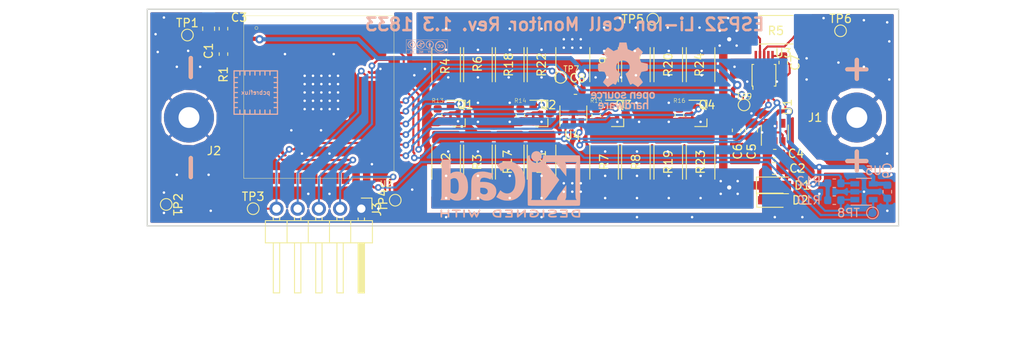
<source format=kicad_pcb>
(kicad_pcb (version 20171130) (host pcbnew 5.0.0-fee4fd1~66~ubuntu18.04.1)
  (title_block (title ESP32-li-ion-cell-monitor) (rev 1.3) (company pcbreflux))
  (layers (0 F.Cu signal) (31 B.Cu signal) (34 B.Paste user hide) (35 F.Paste user hide) (36 B.SilkS user) (37 F.SilkS user) (38 B.Mask user hide) (39 F.Mask user hide) (44 Edge.Cuts user))
  (net 0 "")
  (net 1 GND)
  (net 2 /EN)
  (net 3 /BOOT)
  (net 4 /TX)
  (net 5 /RX)
  (net 6 +BATT)
  (net 7 "Net-(U2-Pad4)")
  (net 8 "Net-(U2-Pad5)")
  (net 9 "Net-(U2-Pad7)")
  (net 10 "Net-(U2-Pad8)")
  (net 11 "Net-(U2-Pad9)")
  (net 12 "Net-(U2-Pad10)")
  (net 13 "Net-(U2-Pad11)")
  (net 14 "Net-(U2-Pad12)")
  (net 15 "Net-(U2-Pad13)")
  (net 16 "Net-(U2-Pad14)")
  (net 17 "Net-(U2-Pad15)")
  (net 18 "Net-(U2-Pad16)")
  (net 19 "Net-(U2-Pad17)")
  (net 20 "Net-(U2-Pad18)")
  (net 21 "Net-(U2-Pad19)")
  (net 22 "Net-(U2-Pad20)")
  (net 23 "Net-(U2-Pad21)")
  (net 24 "Net-(U2-Pad22)")
  (net 25 "Net-(U2-Pad23)")
  (net 26 "Net-(Q4-Pad1)")
  (net 27 "Net-(Q3-Pad1)")
  (net 28 "Net-(Q2-Pad1)")
  (net 29 "Net-(Q1-Pad1)")
  (net 30 "Net-(U2-Pad32)")
  (net 31 "Net-(U2-Pad37)")
  (net 32 VCC)
  (net 33 /SDA)
  (net 34 /SCL)
  (net 35 "Net-(U2-Pad6)")
  (net 36 /Alert2)
  (net 37 /Alert1)
  (net 38 "Net-(Q1-Pad3)")
  (net 39 "Net-(Q2-Pad3)")
  (net 40 "Net-(Q3-Pad3)")
  (net 41 "Net-(Q4-Pad3)")
  (net 42 +2V8)
  (net 43 /Alert3)
  (net 44 "Net-(U1-Pad4)")
  (module module:Via-0.6mm (layer F.Cu) (at 247.142 70.866)
    (fp_text reference REF** hide)
    (fp_text value Via-0.6mm hide)
    (pad 1 thru_hole circle (at 0 0) (size 0.6 0.6) (drill 0.3) (layers *.Cu) (net 1 GND))
  )
  (module module:Via-0.6mm (layer F.Cu) (at 238.506 73.152)
    (fp_text reference REF** hide)
    (fp_text value Via-0.6mm hide)
    (pad 1 thru_hole circle (at 0 0) (size 0.6 0.6) (drill 0.3) (layers *.Cu) (net 1 GND))
  )
  (module module:Via-0.6mm (layer F.Cu) (at 233.172 65.024)
    (fp_text reference REF** hide)
    (fp_text value Via-0.6mm hide)
    (pad 1 thru_hole circle (at 0 0) (size 0.6 0.6) (drill 0.3) (layers *.Cu) (net 1 GND))
  )
  (module module:Via-0.6mm (layer F.Cu) (at 185.928 58.166)
    (fp_text reference REF** hide)
    (fp_text value Via-0.6mm hide)
    (pad 1 thru_hole circle (at 0 0) (size 0.6 0.6) (drill 0.3) (layers *.Cu) (net 1 GND))
  )
  (module module:Via-0.6mm (layer F.Cu) (at 179.832 68.326)
    (fp_text reference REF** hide)
    (fp_text value Via-0.6mm hide)
    (pad 1 thru_hole circle (at 0 0) (size 0.6 0.6) (drill 0.3) (layers *.Cu) (net 1 GND))
  )
  (module module:Via-0.6mm (layer F.Cu) (at 176.53 68.326)
    (fp_text reference REF** hide)
    (fp_text value Via-0.6mm hide)
    (pad 1 thru_hole circle (at 0 0) (size 0.6 0.6) (drill 0.3) (layers *.Cu) (net 1 GND))
  )
  (module module:Via-0.6mm (layer F.Cu) (at 179.832 73.152)
    (fp_text reference REF** hide)
    (fp_text value Via-0.6mm hide)
    (pad 1 thru_hole circle (at 0 0) (size 0.6 0.6) (drill 0.3) (layers *.Cu) (net 1 GND))
  )
  (module module:Via-0.6mm (layer F.Cu) (at 177.292 73.152)
    (fp_text reference REF** hide)
    (fp_text value Via-0.6mm hide)
    (pad 1 thru_hole circle (at 0 0) (size 0.6 0.6) (drill 0.3) (layers *.Cu) (net 1 GND))
  )
  (module module:Via-0.6mm (layer F.Cu) (at 231.648 65.786)
    (fp_text reference REF** hide)
    (fp_text value Via-0.6mm hide)
    (pad 1 thru_hole circle (at 0 0) (size 0.6 0.6) (drill 0.3) (layers *.Cu) (net 1 GND))
  )
  (module module:Via-0.6mm (layer F.Cu) (at 184.912 69.596)
    (fp_text reference REF** hide)
    (fp_text value Via-0.6mm hide)
    (pad 1 thru_hole circle (at 0 0) (size 0.6 0.6) (drill 0.3) (layers *.Cu) (net 1 GND))
  )
  (module module:Via-0.6mm (layer F.Cu) (at 185.674 74.93)
    (fp_text reference REF** hide)
    (fp_text value Via-0.6mm hide)
    (pad 1 thru_hole circle (at 0 0) (size 0.6 0.6) (drill 0.3) (layers *.Cu) (net 1 GND))
  )
  (module module:Via-0.6mm (layer F.Cu) (at 189.738 72.644)
    (fp_text reference REF** hide)
    (fp_text value Via-0.6mm hide)
    (pad 1 thru_hole circle (at 0 0) (size 0.6 0.6) (drill 0.3) (layers *.Cu) (net 1 GND))
  )
  (module module:Via-0.6mm (layer F.Cu) (at 175.26 65.532)
    (fp_text reference REF** hide)
    (fp_text value Via-0.6mm hide)
    (pad 1 thru_hole circle (at 0 0) (size 0.6 0.6) (drill 0.3) (layers *.Cu) (net 1 GND))
  )
  (module module:Via-0.6mm (layer F.Cu) (at 178.816 65.532)
    (fp_text reference REF** hide)
    (fp_text value Via-0.6mm hide)
    (pad 1 thru_hole circle (at 0 0) (size 0.6 0.6) (drill 0.3) (layers *.Cu) (net 1 GND))
  )
  (module module:Via-0.6mm (layer F.Cu) (at 180.34 56.388)
    (fp_text reference REF** hide)
    (fp_text value Via-0.6mm hide)
    (pad 1 thru_hole circle (at 0 0) (size 0.6 0.6) (drill 0.3) (layers *.Cu) (net 1 GND))
  )
  (module module:Via-0.6mm (layer F.Cu) (at 174.498 56.388)
    (fp_text reference REF** hide)
    (fp_text value Via-0.6mm hide)
    (pad 1 thru_hole circle (at 0 0) (size 0.6 0.6) (drill 0.3) (layers *.Cu) (net 1 GND))
  )
  (module module:Via-0.6mm (layer F.Cu) (at 159.258 56.134)
    (fp_text reference REF** hide)
    (fp_text value Via-0.6mm hide)
    (pad 1 thru_hole circle (at 0 0) (size 0.6 0.6) (drill 0.3) (layers *.Cu) (net 1 GND))
  )
  (module module:Via-0.6mm (layer F.Cu) (at 159 54)
    (fp_text reference REF** hide)
    (fp_text value Via-0.6mm hide)
    (pad 1 thru_hole circle (at 0 0) (size 0.6 0.6) (drill 0.3) (layers *.Cu) (net 1 GND))
  )
  (module module:Via-0.6mm (layer F.Cu) (at 164.338 57.912)
    (fp_text reference REF** hide)
    (fp_text value Via-0.6mm hide)
    (pad 1 thru_hole circle (at 0 0) (size 0.6 0.6) (drill 0.3) (layers *.Cu) (net 1 GND))
  )
  (module module:Via-0.6mm (layer F.Cu) (at 165.354 70.866)
    (fp_text reference REF** hide)
    (fp_text value Via-0.6mm hide)
    (pad 1 thru_hole circle (at 0 0) (size 0.6 0.6) (drill 0.3) (layers *.Cu) (net 1 GND))
  )
  (module module:Via-0.6mm (layer F.Cu) (at 165.608 75.184)
    (fp_text reference REF** hide)
    (fp_text value Via-0.6mm hide)
    (pad 1 thru_hole circle (at 0 0) (size 0.6 0.6) (drill 0.3) (layers *.Cu) (net 1 GND))
  )
  (module module:Via-0.6mm (layer F.Cu) (at 160 73)
    (fp_text reference REF** hide)
    (fp_text value Via-0.6mm hide)
    (pad 1 thru_hole circle (at 0 0) (size 0.6 0.6) (drill 0.3) (layers *.Cu) (net 1 GND))
  )
  (module module:Via-0.6mm (layer F.Cu) (at 161.544 70.866)
    (fp_text reference REF** hide)
    (fp_text value Via-0.6mm hide)
    (pad 1 thru_hole circle (at 0 0) (size 0.6 0.6) (drill 0.3) (layers *.Cu) (net 1 GND))
  )
  (module module:Via-0.6mm (layer F.Cu) (at 161.544 57.912)
    (fp_text reference REF** hide)
    (fp_text value Via-0.6mm hide)
    (pad 1 thru_hole circle (at 0 0) (size 0.6 0.6) (drill 0.3) (layers *.Cu) (net 1 GND))
  )
  (module module:Via-0.6mm (layer F.Cu) (at 162.902 56)
    (fp_text reference REF** hide)
    (fp_text value Via-0.6mm hide)
    (pad 1 thru_hole circle (at 0 0) (size 0.6 0.6) (drill 0.3) (layers *.Cu) (net 1 GND))
  )
  (module module:Via-0.6mm (layer F.Cu) (at 162.052 75.184)
    (fp_text reference REF** hide)
    (fp_text value Via-0.6mm hide)
    (pad 1 thru_hole circle (at 0 0) (size 0.6 0.6) (drill 0.3) (layers *.Cu) (net 1 GND))
  )
  (module module:Via-0.6mm (layer F.Cu) (at 160 75.438)
    (fp_text reference REF** hide)
    (fp_text value Via-0.6mm hide)
    (pad 1 thru_hole circle (at 0 0) (size 0.6 0.6) (drill 0.3) (layers *.Cu) (net 1 GND))
  )
  (module module:Via-0.6mm (layer F.Cu) (at 160 52)
    (fp_text reference REF** hide)
    (fp_text value Via-0.6mm hide)
    (pad 1 thru_hole circle (at 0 0) (size 0.6 0.6) (drill 0.3) (layers *.Cu) (net 1 GND))
  )
  (module module:Via-0.6mm (layer F.Cu) (at 239.014 52.07)
    (fp_text reference REF** hide)
    (fp_text value Via-0.6mm hide)
    (pad 1 thru_hole circle (at 0 0) (size 0.6 0.6) (drill 0.3) (layers *.Cu) (net 6 +BATT))
  )
  (module module:Via-0.6mm (layer F.Cu) (at 243.84 52.324)
    (fp_text reference REF** hide)
    (fp_text value Via-0.6mm hide)
    (pad 1 thru_hole circle (at 0 0) (size 0.6 0.6) (drill 0.3) (layers *.Cu) (net 6 +BATT))
  )
  (module module:Via-0.6mm (layer F.Cu) (at 246.634 52.578)
    (fp_text reference REF** hide)
    (fp_text value Via-0.6mm hide)
    (pad 1 thru_hole circle (at 0 0) (size 0.6 0.6) (drill 0.3) (layers *.Cu) (net 6 +BATT))
  )
  (module module:Via-0.6mm (layer F.Cu) (at 243.84 57.912)
    (fp_text reference REF** hide)
    (fp_text value Via-0.6mm hide)
    (pad 1 thru_hole circle (at 0 0) (size 0.6 0.6) (drill 0.3) (layers *.Cu) (net 6 +BATT))
  )
  (module module:Via-0.6mm (layer F.Cu) (at 243.856 72.898)
    (fp_text reference REF** hide)
    (fp_text value Via-0.6mm hide)
    (pad 1 thru_hole circle (at 0 0) (size 0.6 0.6) (drill 0.3) (layers *.Cu) (net 1 GND))
  )
  (module module:Via-0.6mm (layer F.Cu) (at 230.376 67.818)
    (fp_text reference REF** hide)
    (fp_text value Via-0.6mm hide)
    (pad 1 thru_hole circle (at 0 0) (size 0.6 0.6) (drill 0.3) (layers *.Cu) (net 1 GND))
  )
  (module module:Via-0.6mm (layer F.Cu) (at 216.662 70.993)
    (fp_text reference REF** hide)
    (fp_text value Via-0.6mm hide)
    (pad 1 thru_hole circle (at 0 0) (size 0.6 0.6) (drill 0.3) (layers *.Cu) (net 32 VCC))
  )
  (module module:Via-0.6mm (layer F.Cu) (at 224.282 70.993)
    (fp_text reference REF** hide)
    (fp_text value Via-0.6mm hide)
    (pad 1 thru_hole circle (at 0 0) (size 0.6 0.6) (drill 0.3) (layers *.Cu) (net 32 VCC))
  )
  (module module:Via-0.6mm (layer F.Cu) (at 220.472 70.993)
    (fp_text reference REF** hide)
    (fp_text value Via-0.6mm hide)
    (pad 1 thru_hole circle (at 0 0) (size 0.6 0.6) (drill 0.3) (layers *.Cu) (net 32 VCC))
  )
  (module module:Via-0.6mm (layer F.Cu) (at 212.852 70.993)
    (fp_text reference REF** hide)
    (fp_text value Via-0.6mm hide)
    (pad 1 thru_hole circle (at 0 0) (size 0.6 0.6) (drill 0.3) (layers *.Cu) (net 32 VCC))
  )
  (module module:Via-0.6mm (layer F.Cu) (at 224.282 73.66)
    (fp_text reference REF** hide)
    (fp_text value Via-0.6mm hide)
    (pad 1 thru_hole circle (at 0 0) (size 0.6 0.6) (drill 0.3) (layers *.Cu) (net 32 VCC))
  )
  (module module:Via-0.6mm (layer F.Cu) (at 220.472 73.66)
    (fp_text reference REF** hide)
    (fp_text value Via-0.6mm hide)
    (pad 1 thru_hole circle (at 0 0) (size 0.6 0.6) (drill 0.3) (layers *.Cu) (net 32 VCC))
  )
  (module module:Via-0.6mm (layer F.Cu) (at 216.662 73.66)
    (fp_text reference REF** hide)
    (fp_text value Via-0.6mm hide)
    (pad 1 thru_hole circle (at 0 0) (size 0.6 0.6) (drill 0.3) (layers *.Cu) (net 32 VCC))
  )
  (module module:Via-0.6mm (layer F.Cu) (at 212.852 73.66)
    (fp_text reference REF** hide)
    (fp_text value Via-0.6mm hide)
    (pad 1 thru_hole circle (at 0 0) (size 0.6 0.6) (drill 0.3) (layers *.Cu) (net 32 VCC))
  )
  (module module:Via-0.6mm (layer F.Cu) (at 205.232 73.66)
    (fp_text reference REF** hide)
    (fp_text value Via-0.6mm hide)
    (pad 1 thru_hole circle (at 0 0) (size 0.6 0.6) (drill 0.3) (layers *.Cu) (net 32 VCC))
  )
  (module module:Via-0.6mm (layer F.Cu) (at 193.802 73.66)
    (fp_text reference REF** hide)
    (fp_text value Via-0.6mm hide)
    (pad 1 thru_hole circle (at 0 0) (size 0.6 0.6) (drill 0.3) (layers *.Cu) (net 32 VCC))
  )
  (module module:Via-0.6mm (layer F.Cu) (at 201.422 73.66)
    (fp_text reference REF** hide)
    (fp_text value Via-0.6mm hide)
    (pad 1 thru_hole circle (at 0 0) (size 0.6 0.6) (drill 0.3) (layers *.Cu) (net 32 VCC))
  )
  (module module:Via-0.6mm (layer F.Cu) (at 197.612 73.66)
    (fp_text reference REF** hide)
    (fp_text value Via-0.6mm hide)
    (pad 1 thru_hole circle (at 0 0) (size 0.6 0.6) (drill 0.3) (layers *.Cu) (net 32 VCC))
  )
  (module module:Via-0.6mm (layer F.Cu) (at 193.802 70.993)
    (fp_text reference REF** hide)
    (fp_text value Via-0.6mm hide)
    (pad 1 thru_hole circle (at 0 0) (size 0.6 0.6) (drill 0.3) (layers *.Cu) (net 32 VCC))
  )
  (module module:Via-0.6mm (layer F.Cu) (at 201.422 70.993)
    (fp_text reference REF** hide)
    (fp_text value Via-0.6mm hide)
    (pad 1 thru_hole circle (at 0 0) (size 0.6 0.6) (drill 0.3) (layers *.Cu) (net 32 VCC))
  )
  (module module:Via-0.6mm (layer F.Cu) (at 205.232 70.993)
    (fp_text reference REF** hide)
    (fp_text value Via-0.6mm hide)
    (pad 1 thru_hole circle (at 0 0) (size 0.6 0.6) (drill 0.3) (layers *.Cu) (net 32 VCC))
  )
  (module module:Via-0.6mm (layer F.Cu) (at 197.612 70.993)
    (fp_text reference REF** hide)
    (fp_text value Via-0.6mm hide)
    (pad 1 thru_hole circle (at 0 0) (size 0.6 0.6) (drill 0.3) (layers *.Cu) (net 32 VCC))
  )
  (module module:Via-0.6mm (layer F.Cu) (at 212.725 53.213)
    (fp_text reference REF** hide)
    (fp_text value Via-0.6mm hide)
    (pad 1 thru_hole circle (at 0 0) (size 0.6 0.6) (drill 0.3) (layers *.Cu) (net 32 VCC))
  )
  (module module:Via-0.6mm (layer F.Cu) (at 220.345 53.213)
    (fp_text reference REF** hide)
    (fp_text value Via-0.6mm hide)
    (pad 1 thru_hole circle (at 0 0) (size 0.6 0.6) (drill 0.3) (layers *.Cu) (net 32 VCC))
  )
  (module module:Via-0.6mm (layer F.Cu) (at 224.155 53.213)
    (fp_text reference REF** hide)
    (fp_text value Via-0.6mm hide)
    (pad 1 thru_hole circle (at 0 0) (size 0.6 0.6) (drill 0.3) (layers *.Cu) (net 32 VCC))
  )
  (module module:Via-0.6mm (layer F.Cu) (at 216.535 53.213)
    (fp_text reference REF** hide)
    (fp_text value Via-0.6mm hide)
    (pad 1 thru_hole circle (at 0 0) (size 0.6 0.6) (drill 0.3) (layers *.Cu) (net 32 VCC))
  )
  (module module:Via-0.6mm (layer F.Cu) (at 197.612 53.34)
    (fp_text reference REF** hide)
    (fp_text value Via-0.6mm hide)
    (pad 1 thru_hole circle (at 0 0) (size 0.6 0.6) (drill 0.3) (layers *.Cu) (net 32 VCC))
  )
  (module module:Via-0.6mm (layer F.Cu) (at 205.232 53.34)
    (fp_text reference REF** hide)
    (fp_text value Via-0.6mm hide)
    (pad 1 thru_hole circle (at 0 0) (size 0.6 0.6) (drill 0.3) (layers *.Cu) (net 32 VCC))
  )
  (module module:Via-0.6mm (layer F.Cu) (at 193.802 53.34)
    (fp_text reference REF** hide)
    (fp_text value Via-0.6mm hide)
    (pad 1 thru_hole circle (at 0 0) (size 0.6 0.6) (drill 0.3) (layers *.Cu) (net 32 VCC))
  )
  (module module:Via-0.6mm (layer F.Cu) (at 201.422 53.34)
    (fp_text reference REF** hide)
    (fp_text value Via-0.6mm hide)
    (pad 1 thru_hole circle (at 0 0) (size 0.6 0.6) (drill 0.3) (layers *.Cu) (net 32 VCC))
  )
  (module module:Via-0.6mm (layer F.Cu) (at 193.802 55.88)
    (fp_text reference REF** hide)
    (fp_text value Via-0.6mm hide)
    (pad 1 thru_hole circle (at 0 0) (size 0.6 0.6) (drill 0.3) (layers *.Cu) (net 32 VCC))
  )
  (module module:Via-0.6mm (layer F.Cu) (at 197.612 55.88)
    (fp_text reference REF** hide)
    (fp_text value Via-0.6mm hide)
    (pad 1 thru_hole circle (at 0 0) (size 0.6 0.6) (drill 0.3) (layers *.Cu) (net 32 VCC))
  )
  (module module:Via-0.6mm (layer F.Cu) (at 201.422 55.88)
    (fp_text reference REF** hide)
    (fp_text value Via-0.6mm hide)
    (pad 1 thru_hole circle (at 0 0) (size 0.6 0.6) (drill 0.3) (layers *.Cu) (net 32 VCC))
  )
  (module module:Via-0.6mm (layer F.Cu) (at 205.232 55.88)
    (fp_text reference REF** hide)
    (fp_text value Via-0.6mm hide)
    (pad 1 thru_hole circle (at 0 0) (size 0.6 0.6) (drill 0.3) (layers *.Cu) (net 32 VCC))
  )
  (module module:Via-0.6mm (layer F.Cu) (at 212.725 56.007)
    (fp_text reference REF** hide)
    (fp_text value Via-0.6mm hide)
    (pad 1 thru_hole circle (at 0 0) (size 0.6 0.6) (drill 0.3) (layers *.Cu) (net 32 VCC))
  )
  (module module:Via-0.6mm (layer F.Cu) (at 216.408 56.007)
    (fp_text reference REF** hide)
    (fp_text value Via-0.6mm hide)
    (pad 1 thru_hole circle (at 0 0) (size 0.6 0.6) (drill 0.3) (layers *.Cu) (net 32 VCC))
  )
  (module module:Via-0.6mm (layer F.Cu) (at 220.472 56.007)
    (fp_text reference REF** hide)
    (fp_text value Via-0.6mm hide)
    (pad 1 thru_hole circle (at 0 0) (size 0.6 0.6) (drill 0.3) (layers *.Cu) (net 32 VCC))
  )
  (module module:Via-0.6mm (layer F.Cu) (at 224.409 56.007)
    (fp_text reference REF** hide)
    (fp_text value Via-0.6mm hide)
    (pad 1 thru_hole circle (at 0 0) (size 0.6 0.6) (drill 0.3) (layers *.Cu) (net 32 VCC))
  )
  (module module:Via-0.6mm (layer F.Cu) (at 205.232 68.072)
    (fp_text reference REF** hide)
    (fp_text value Via-0.6mm hide)
    (pad 1 thru_hole circle (at 0 0) (size 0.6 0.6) (drill 0.3) (layers *.Cu) (net 1 GND))
  )
  (module module:Via-0.6mm (layer F.Cu) (at 201.295 68.072)
    (fp_text reference REF** hide)
    (fp_text value Via-0.6mm hide)
    (pad 1 thru_hole circle (at 0 0) (size 0.6 0.6) (drill 0.3) (layers *.Cu) (net 1 GND))
  )
  (module module:Via-0.6mm (layer F.Cu) (at 197.612 68.072)
    (fp_text reference REF** hide)
    (fp_text value Via-0.6mm hide)
    (pad 1 thru_hole circle (at 0 0) (size 0.6 0.6) (drill 0.3) (layers *.Cu) (net 1 GND))
  )
  (module module:Via-0.6mm (layer F.Cu) (at 194.056 68.072)
    (fp_text reference REF** hide)
    (fp_text value Via-0.6mm hide)
    (pad 1 thru_hole circle (at 0 0) (size 0.6 0.6) (drill 0.3) (layers *.Cu) (net 1 GND))
  )
  (module module:Via-0.6mm (layer F.Cu) (at 205.232 59.182)
    (fp_text reference REF** hide)
    (fp_text value Via-0.6mm hide)
    (pad 1 thru_hole circle (at 0 0) (size 0.6 0.6) (drill 0.3) (layers *.Cu) (net 1 GND))
  )
  (module module:Via-0.6mm (layer F.Cu) (at 201.295 59.182)
    (fp_text reference REF** hide)
    (fp_text value Via-0.6mm hide)
    (pad 1 thru_hole circle (at 0 0) (size 0.6 0.6) (drill 0.3) (layers *.Cu) (net 1 GND))
  )
  (module module:Via-0.6mm (layer F.Cu) (at 220.472 62.23)
    (fp_text reference REF** hide)
    (fp_text value Via-0.6mm hide)
    (pad 1 thru_hole circle (at 0 0) (size 0.6 0.6) (drill 0.3) (layers *.Cu) (net 1 GND))
  )
  (module module:Via-0.6mm (layer F.Cu) (at 220.472 64.516)
    (fp_text reference REF** hide)
    (fp_text value Via-0.6mm hide)
    (pad 1 thru_hole circle (at 0 0) (size 0.6 0.6) (drill 0.3) (layers *.Cu) (net 1 GND))
  )
  (module module:Via-0.6mm (layer F.Cu) (at 201.422 64.516)
    (fp_text reference REF** hide)
    (fp_text value Via-0.6mm hide)
    (pad 1 thru_hole circle (at 0 0) (size 0.6 0.6) (drill 0.3) (layers *.Cu) (net 1 GND))
  )
  (module module:Via-0.6mm (layer F.Cu) (at 201.422 62.23)
    (fp_text reference REF** hide)
    (fp_text value Via-0.6mm hide)
    (pad 1 thru_hole circle (at 0 0) (size 0.6 0.6) (drill 0.3) (layers *.Cu) (net 1 GND))
  )
  (module module:Via-0.6mm (layer F.Cu) (at 220.472 58.928)
    (fp_text reference REF** hide)
    (fp_text value Via-0.6mm hide)
    (pad 1 thru_hole circle (at 0 0) (size 0.6 0.6) (drill 0.3) (layers *.Cu) (net 1 GND))
  )
  (module TestPoint:TestPoint_Pad_D1.0mm (layer F.Cu) (at 229.489 62.484)
    (fp_text reference TP9 (at 0 -1.016 180) (layer F.SilkS) (effects (font (size 0.7 0.7) (thickness 0.1))))
    (fp_text value Test_Point)
    (pad 1 smd circle (at 0 0) (size 1 1) (layers F.Cu F.Mask) (net 37 /Alert1))
  )
  (module module:Via-0.6mm (layer F.Cu) (at 228.346 57.912)
    (fp_text reference REF** hide)
    (fp_text value Via-0.6mm hide)
    (pad 1 thru_hole circle (at 0 0) (size 0.6 0.6) (drill 0.3) (layers *.Cu) (net 1 GND))
  )
  (module module:Via-0.6mm (layer F.Cu) (at 224.409 58.928)
    (fp_text reference REF** hide)
    (fp_text value Via-0.6mm hide)
    (pad 1 thru_hole circle (at 0 0) (size 0.6 0.6) (drill 0.3) (layers *.Cu) (net 1 GND))
  )
  (module module:Via-0.6mm (layer F.Cu) (at 230.376 63.5)
    (fp_text reference REF** hide)
    (fp_text value Via-0.6mm hide)
    (pad 1 thru_hole circle (at 0 0) (size 0.6 0.6) (drill 0.3) (layers *.Cu) (net 1 GND))
  )
  (module module:Via-0.6mm (layer F.Cu) (at 216.662 75.946)
    (fp_text reference REF** hide)
    (fp_text value Via-0.6mm hide)
    (pad 1 thru_hole circle (at 0 0) (size 0.6 0.6) (drill 0.3) (layers *.Cu) (net 1 GND))
  )
  (module module:Via-0.6mm (layer F.Cu) (at 233.426 59.69)
    (fp_text reference REF** hide)
    (fp_text value Via-0.6mm hide)
    (pad 1 thru_hole circle (at 0 0) (size 0.6 0.6) (drill 0.3) (layers *.Cu) (net 1 GND))
  )
  (module module:Via-0.6mm (layer F.Cu) (at 208.914 72.898)
    (fp_text reference REF** hide)
    (fp_text value Via-0.6mm hide)
    (pad 1 thru_hole circle (at 0 0) (size 0.6 0.6) (drill 0.3) (layers *.Cu) (net 32 VCC))
  )
  (module module:Via-0.6mm (layer F.Cu) (at 209.93 72.898)
    (fp_text reference REF** hide)
    (fp_text value Via-0.6mm hide)
    (pad 1 thru_hole circle (at 0 0) (size 0.6 0.6) (drill 0.3) (layers *.Cu) (net 32 VCC))
  )
  (module module:Via-0.6mm (layer F.Cu) (at 209.93 71.882)
    (fp_text reference REF** hide)
    (fp_text value Via-0.6mm hide)
    (pad 1 thru_hole circle (at 0 0) (size 0.6 0.6) (drill 0.3) (layers *.Cu) (net 32 VCC))
  )
  (module module:Via-0.6mm (layer F.Cu) (at 207.898 72.898)
    (fp_text reference REF** hide)
    (fp_text value Via-0.6mm hide)
    (pad 1 thru_hole circle (at 0 0) (size 0.6 0.6) (drill 0.3) (layers *.Cu) (net 32 VCC))
  )
  (module module:Via-0.6mm (layer F.Cu) (at 207.898 71.882)
    (fp_text reference REF** hide)
    (fp_text value Via-0.6mm hide)
    (pad 1 thru_hole circle (at 0 0) (size 0.6 0.6) (drill 0.3) (layers *.Cu) (net 32 VCC))
  )
  (module module:Via-0.6mm (layer F.Cu) (at 209.93 55.626)
    (fp_text reference REF** hide)
    (fp_text value Via-0.6mm hide)
    (pad 1 thru_hole circle (at 0 0) (size 0.6 0.6) (drill 0.3) (layers *.Cu) (net 32 VCC))
  )
  (module module:Via-0.6mm (layer F.Cu) (at 208.914 55.626)
    (fp_text reference REF** hide)
    (fp_text value Via-0.6mm hide)
    (pad 1 thru_hole circle (at 0 0) (size 0.6 0.6) (drill 0.3) (layers *.Cu) (net 32 VCC))
  )
  (module module:Via-0.6mm (layer F.Cu) (at 207.898 55.626)
    (fp_text reference REF** hide)
    (fp_text value Via-0.6mm hide)
    (pad 1 thru_hole circle (at 0 0) (size 0.6 0.6) (drill 0.3) (layers *.Cu) (net 32 VCC))
  )
  (module module:Via-0.6mm (layer F.Cu) (at 207.898 54.61)
    (fp_text reference REF** hide)
    (fp_text value Via-0.6mm hide)
    (pad 1 thru_hole circle (at 0 0) (size 0.6 0.6) (drill 0.3) (layers *.Cu) (net 32 VCC))
  )
  (module module:Via-0.6mm (layer F.Cu) (at 209.93 54.61)
    (fp_text reference REF** hide)
    (fp_text value Via-0.6mm hide)
    (pad 1 thru_hole circle (at 0 0) (size 0.6 0.6) (drill 0.3) (layers *.Cu) (net 32 VCC))
  )
  (module module:Via-0.6mm (layer F.Cu) (at 214.63 52.07)
    (fp_text reference REF** hide)
    (fp_text value Via-0.6mm hide)
    (pad 1 thru_hole circle (at 0 0) (size 0.6 0.6) (drill 0.3) (layers *.Cu) (net 32 VCC))
  )
  (module module:Via-0.6mm (layer F.Cu) (at 193.802 75.946)
    (fp_text reference REF** hide)
    (fp_text value Via-0.6mm hide)
    (pad 1 thru_hole circle (at 0 0) (size 0.6 0.6) (drill 0.3) (layers *.Cu) (net 1 GND))
  )
  (module module:Via-0.6mm (layer F.Cu) (at 205.232 75.946)
    (fp_text reference REF** hide)
    (fp_text value Via-0.6mm hide)
    (pad 1 thru_hole circle (at 0 0) (size 0.6 0.6) (drill 0.3) (layers *.Cu) (net 1 GND))
  )
  (module module:Via-0.6mm (layer F.Cu) (at 220.345 68.072)
    (fp_text reference REF** hide)
    (fp_text value Via-0.6mm hide)
    (pad 1 thru_hole circle (at 0 0) (size 0.6 0.6) (drill 0.3) (layers *.Cu) (net 1 GND))
  )
  (module module:Via-0.6mm (layer F.Cu) (at 236.474 75.946)
    (fp_text reference REF** hide)
    (fp_text value Via-0.6mm hide)
    (pad 1 thru_hole circle (at 0 0) (size 0.6 0.6) (drill 0.3) (layers *.Cu) (net 1 GND))
  )
  (module module:Via-0.6mm (layer F.Cu) (at 233.172 75.946)
    (fp_text reference REF** hide)
    (fp_text value Via-0.6mm hide)
    (pad 1 thru_hole circle (at 0 0) (size 0.6 0.6) (drill 0.3) (layers *.Cu) (net 1 GND))
  )
  (module module:Via-0.6mm (layer F.Cu) (at 236.982 59.436)
    (fp_text reference REF** hide)
    (fp_text value Via-0.6mm hide)
    (pad 1 thru_hole circle (at 0 0) (size 0.6 0.6) (drill 0.3) (layers *.Cu) (net 6 +BATT))
  )
  (module module:Via-0.6mm (layer F.Cu) (at 246.886 59.436)
    (fp_text reference REF** hide)
    (fp_text value Via-0.6mm hide)
    (pad 1 thru_hole circle (at 0 0) (size 0.6 0.6) (drill 0.3) (layers *.Cu) (net 6 +BATT))
  )
  (module module:Via-0.6mm (layer F.Cu) (at 236.982 56.896)
    (fp_text reference REF** hide)
    (fp_text value Via-0.6mm hide)
    (pad 1 thru_hole circle (at 0 0) (size 0.6 0.6) (drill 0.3) (layers *.Cu) (net 6 +BATT))
  )
  (module module:Via-0.6mm (layer F.Cu) (at 246.632 68.326)
    (fp_text reference REF** hide)
    (fp_text value Via-0.6mm hide)
    (pad 1 thru_hole circle (at 0 0) (size 0.6 0.6) (drill 0.3) (layers *.Cu) (net 6 +BATT))
  )
  (module module:Via-0.6mm (layer F.Cu) (at 246.886 54.864)
    (fp_text reference REF** hide)
    (fp_text value Via-0.6mm hide)
    (pad 1 thru_hole circle (at 0 0) (size 0.6 0.6) (drill 0.3) (layers *.Cu) (net 6 +BATT))
  )
  (module module:Via-0.6mm (layer F.Cu) (at 240.792 57.404)
    (fp_text reference REF** hide)
    (fp_text value Via-0.6mm hide)
    (pad 1 thru_hole circle (at 0 0) (size 0.6 0.6) (drill 0.3) (layers *.Cu) (net 6 +BATT))
  )
  (module module:Via-0.6mm (layer F.Cu) (at 227.584 52.07)
    (fp_text reference REF** hide)
    (fp_text value Via-0.6mm hide)
    (pad 1 thru_hole circle (at 0 0) (size 0.6 0.6) (drill 0.3) (layers *.Cu) (net 32 VCC))
  )
  (module module:Via-0.6mm (layer F.Cu) (at 208.914 71.882)
    (fp_text reference REF** hide)
    (fp_text value Via-0.6mm hide)
    (pad 1 thru_hole circle (at 0 0) (size 0.6 0.6) (drill 0.3) (layers *.Cu) (net 32 VCC))
  )
  (module module:Via-0.6mm (layer F.Cu) (at 208.914 54.61)
    (fp_text reference REF** hide)
    (fp_text value Via-0.6mm hide)
    (pad 1 thru_hole circle (at 0 0) (size 0.6 0.6) (drill 0.3) (layers *.Cu) (net 32 VCC))
  )
  (module module:Via-0.6mm (layer F.Cu) (at 213.106 59.182)
    (fp_text reference REF** hide)
    (fp_text value Via-0.6mm hide)
    (pad 1 thru_hole circle (at 0 0) (size 0.6 0.6) (drill 0.3) (layers *.Cu) (net 1 GND))
  )
  (module module:Via-0.6mm (layer F.Cu) (at 211.708 59.182)
    (fp_text reference REF** hide)
    (fp_text value Via-0.6mm hide)
    (pad 1 thru_hole circle (at 0 0) (size 0.6 0.6) (drill 0.3) (layers *.Cu) (net 1 GND))
  )
  (module module:Via-0.6mm (layer F.Cu) (at 197.612 59.182)
    (fp_text reference REF** hide)
    (fp_text value Via-0.6mm hide)
    (pad 1 thru_hole circle (at 0 0) (size 0.6 0.6) (drill 0.3) (layers *.Cu) (net 1 GND))
  )
  (module module:Via-0.6mm (layer F.Cu) (at 194.056 59.182)
    (fp_text reference REF** hide)
    (fp_text value Via-0.6mm hide)
    (pad 1 thru_hole circle (at 0 0) (size 0.6 0.6) (drill 0.3) (layers *.Cu) (net 1 GND))
  )
  (module module:Via-0.6mm (layer F.Cu) (at 214.312 64.516)
    (fp_text reference REF** hide)
    (fp_text value Via-0.6mm hide)
    (pad 1 thru_hole circle (at 0 0) (size 0.6 0.6) (drill 0.3) (layers *.Cu) (net 1 GND))
  )
  (module module:Via-0.6mm (layer F.Cu) (at 195.22599 64.45)
    (fp_text reference REF** hide)
    (fp_text value Via-0.6mm hide)
    (pad 1 thru_hole circle (at 0 0) (size 0.6 0.6) (drill 0.3) (layers *.Cu) (net 1 GND))
  )
  (module module:Via-0.6mm (layer F.Cu) (at 205.232 64.516)
    (fp_text reference REF** hide)
    (fp_text value Via-0.6mm hide)
    (pad 1 thru_hole circle (at 0 0) (size 0.6 0.6) (drill 0.3) (layers *.Cu) (net 1 GND))
  )
  (module module:Via-0.6mm (layer F.Cu) (at 197.612 64.516)
    (fp_text reference REF** hide)
    (fp_text value Via-0.6mm hide)
    (pad 1 thru_hole circle (at 0 0) (size 0.6 0.6) (drill 0.3) (layers *.Cu) (net 1 GND))
  )
  (module module:Via-0.6mm (layer F.Cu) (at 224.282 64.516)
    (fp_text reference REF** hide)
    (fp_text value Via-0.6mm hide)
    (pad 1 thru_hole circle (at 0 0) (size 0.6 0.6) (drill 0.3) (layers *.Cu) (net 1 GND))
  )
  (module module:Via-0.6mm (layer F.Cu) (at 226.568 55.372)
    (fp_text reference REF** hide)
    (fp_text value Via-0.6mm hide)
    (pad 1 thru_hole circle (at 0 0) (size 0.6 0.6) (drill 0.3) (layers *.Cu) (net 32 VCC))
  )
  (module module:Via-0.6mm (layer F.Cu) (at 228.6 55.372)
    (fp_text reference REF** hide)
    (fp_text value Via-0.6mm hide)
    (pad 1 thru_hole circle (at 0 0) (size 0.6 0.6) (drill 0.3) (layers *.Cu) (net 32 VCC))
  )
  (module module:Via-0.6mm (layer F.Cu) (at 228.6 53.594)
    (fp_text reference REF** hide)
    (fp_text value Via-0.6mm hide)
    (pad 1 thru_hole circle (at 0 0) (size 0.6 0.6) (drill 0.3) (layers *.Cu) (net 32 VCC))
  )
  (module module:Via-0.6mm (layer F.Cu) (at 226.568 53.594)
    (fp_text reference REF** hide)
    (fp_text value Via-0.6mm hide)
    (pad 1 thru_hole circle (at 0 0) (size 0.6 0.6) (drill 0.3) (layers *.Cu) (net 32 VCC))
  )
  (module module:Via-0.6mm (layer F.Cu) (at 228.725 71.628)
    (fp_text reference REF** hide)
    (fp_text value Via-0.6mm hide)
    (pad 1 thru_hole circle (at 0 0) (size 0.6 0.6) (drill 0.3) (layers *.Cu) (net 32 VCC))
  )
  (module module:Via-0.6mm (layer F.Cu) (at 228.725 73.152)
    (fp_text reference REF** hide)
    (fp_text value Via-0.6mm hide)
    (pad 1 thru_hole circle (at 0 0) (size 0.6 0.6) (drill 0.3) (layers *.Cu) (net 32 VCC))
  )
  (module module:Via-0.6mm (layer F.Cu) (at 226.695 73.152)
    (fp_text reference REF** hide)
    (fp_text value Via-0.6mm hide)
    (pad 1 thru_hole circle (at 0 0) (size 0.6 0.6) (drill 0.3) (layers *.Cu) (net 32 VCC))
  )
  (module module:Via-0.6mm (layer F.Cu) (at 226.695 71.628)
    (fp_text reference REF** hide)
    (fp_text value Via-0.6mm hide)
    (pad 1 thru_hole circle (at 0 0) (size 0.6 0.6) (drill 0.3) (layers *.Cu) (net 32 VCC))
  )
  (module module:Via-0.6mm (layer F.Cu) (at 223.266 75.946)
    (fp_text reference REF** hide)
    (fp_text value Via-0.6mm hide)
    (pad 1 thru_hole circle (at 0 0) (size 0.6 0.6) (drill 0.3) (layers *.Cu) (net 1 GND))
  )
  (module module:Via-0.6mm (layer F.Cu) (at 246.65 75.184)
    (fp_text reference REF** hide)
    (fp_text value Via-0.6mm hide)
    (pad 1 thru_hole circle (at 0 0) (size 0.6 0.6) (drill 0.3) (layers *.Cu) (net 1 GND))
  )
  (module module:Via-0.6mm (layer F.Cu) (at 216.598 62.23)
    (fp_text reference REF** hide)
    (fp_text value Via-0.6mm hide)
    (pad 1 thru_hole circle (at 0 0) (size 0.6 0.6) (drill 0.3) (layers *.Cu) (net 1 GND))
  )
  (module module:Via-0.6mm (layer F.Cu) (at 197.612 62.23)
    (fp_text reference REF** hide)
    (fp_text value Via-0.6mm hide)
    (pad 1 thru_hole circle (at 0 0) (size 0.6 0.6) (drill 0.3) (layers *.Cu) (net 1 GND))
  )
  (module module:Via-0.6mm (layer F.Cu) (at 235.966 70.358)
    (fp_text reference REF** hide)
    (fp_text value Via-0.6mm hide)
    (pad 1 thru_hole circle (at 0 0) (size 0.6 0.6) (drill 0.3) (layers *.Cu) (net 1 GND))
  )
  (module module:Via-0.6mm (layer F.Cu) (at 212.852 68.072)
    (fp_text reference REF** hide)
    (fp_text value Via-0.6mm hide)
    (pad 1 thru_hole circle (at 0 0) (size 0.6 0.6) (drill 0.3) (layers *.Cu) (net 1 GND))
  )
  (module module:Via-0.6mm (layer F.Cu) (at 224.282 68.072)
    (fp_text reference REF** hide)
    (fp_text value Via-0.6mm hide)
    (pad 1 thru_hole circle (at 0 0) (size 0.6 0.6) (drill 0.3) (layers *.Cu) (net 1 GND))
  )
  (module module:Via-0.6mm (layer F.Cu) (at 216.916 64.516)
    (fp_text reference REF** hide)
    (fp_text value Via-0.6mm hide)
    (pad 1 thru_hole circle (at 0 0) (size 0.6 0.6) (drill 0.3) (layers *.Cu) (net 1 GND))
  )
  (module module:Via-0.6mm (layer F.Cu) (at 214.756 59.182)
    (fp_text reference REF** hide)
    (fp_text value Via-0.6mm hide)
    (pad 1 thru_hole circle (at 0 0) (size 0.6 0.6) (drill 0.3) (layers *.Cu) (net 1 GND))
  )
  (module Connector_PinHeader_2.54mm:PinHeader_1x05_P2.54mm_Horizontal (layer F.Cu) (at 183.642 74.93 270)
    (fp_text reference J3 (at 0.07 -1.858 270) (layer F.SilkS))
    (fp_text value Conn_01x05_Male)
    (pad 5 thru_hole oval (at 0 10.16 270) (size 1.7 1.7) (drill 1) (layers *.Cu *.Mask) (net 3 /BOOT))
    (pad 4 thru_hole oval (at 0 7.62 270) (size 1.7 1.7) (drill 1) (layers *.Cu *.Mask) (net 5 /RX))
    (pad 3 thru_hole oval (at 0 5.08 270) (size 1.7 1.7) (drill 1) (layers *.Cu *.Mask) (net 4 /TX))
    (pad 2 thru_hole oval (at 0 2.54 270) (size 1.7 1.7) (drill 1) (layers *.Cu *.Mask) (net 2 /EN))
    (pad 1 thru_hole rect (at 0 0 270) (size 1.7 1.7) (drill 1) (layers *.Cu *.Mask) (net 1 GND))
  )
  (module module:Via-0.6mm (layer F.Cu) (at 216.662 68.072)
    (fp_text reference REF** hide)
    (fp_text value Via-0.6mm hide)
    (pad 1 thru_hole circle (at 0 0) (size 0.6 0.6) (drill 0.3) (layers *.Cu) (net 1 GND))
  )
  (module module:Via-0.6mm (layer F.Cu) (at 189.992 58.928)
    (fp_text reference REF** hide)
    (fp_text value Via-0.6mm hide)
    (pad 1 thru_hole circle (at 0 0) (size 0.6 0.6) (drill 0.3) (layers *.Cu) (net 1 GND))
  )
  (module module:Via-0.6mm (layer F.Cu) (at 216.535 58.928)
    (fp_text reference REF** hide)
    (fp_text value Via-0.6mm hide)
    (pad 1 thru_hole circle (at 0 0) (size 0.6 0.6) (drill 0.3) (layers *.Cu) (net 1 GND))
  )
  (module module:Via-0.6mm (layer F.Cu) (at 191.262 58.166)
    (fp_text reference REF** hide)
    (fp_text value Via-0.6mm hide)
    (pad 1 thru_hole circle (at 0 0) (size 0.6 0.6) (drill 0.3) (layers *.Cu) (net 1 GND))
  )
  (module module:ESP-WROOM-32-short (layer F.Cu) (at 169.556 71.29)
    (fp_text reference U2 (at 17.0394 0.6844) (layer F.SilkS) (effects (font (size 0.75 0.75) (thickness 0.1))))
    (fp_text value ESP-WROOM-32 hide)
    (pad 39 thru_hole circle (at 7.3 -12.3) (size 0.8 0.8) (drill 0.3) (layers *.Cu *.Mask) (net 1 GND))
    (pad 39 smd rect (at 9.3 -10.3) (size 6 6) (layers F.Cu F.Paste F.Mask) (net 1 GND))
    (pad 1 smd rect (at 0 -18.01) (size 1.35 0.9) (layers F.Cu F.Paste F.Mask) (net 1 GND))
    (pad 2 smd rect (at 0 -16.74) (size 1.35 0.9) (layers F.Cu F.Paste F.Mask) (net 42 +2V8))
    (pad 3 smd rect (at 0 -15.47) (size 1.35 0.9) (layers F.Cu F.Paste F.Mask) (net 2 /EN))
    (pad 4 smd rect (at 0 -14.2) (size 1.35 0.9) (layers F.Cu F.Paste F.Mask) (net 7 "Net-(U2-Pad4)"))
    (pad 5 smd rect (at 0 -12.93) (size 1.35 0.9) (layers F.Cu F.Paste F.Mask) (net 8 "Net-(U2-Pad5)"))
    (pad 6 smd rect (at 0 -11.66) (size 1.35 0.9) (layers F.Cu F.Paste F.Mask) (net 35 "Net-(U2-Pad6)"))
    (pad 7 smd rect (at 0 -10.39) (size 1.35 0.9) (layers F.Cu F.Paste F.Mask) (net 9 "Net-(U2-Pad7)"))
    (pad 8 smd rect (at 0 -9.12) (size 1.35 0.9) (layers F.Cu F.Paste F.Mask) (net 10 "Net-(U2-Pad8)"))
    (pad 9 smd rect (at 0 -7.85) (size 1.35 0.9) (layers F.Cu F.Paste F.Mask) (net 11 "Net-(U2-Pad9)"))
    (pad 10 smd rect (at 0 -6.58) (size 1.35 0.9) (layers F.Cu F.Paste F.Mask) (net 12 "Net-(U2-Pad10)"))
    (pad 11 smd rect (at 0 -5.31) (size 1.35 0.9) (layers F.Cu F.Paste F.Mask) (net 13 "Net-(U2-Pad11)"))
    (pad 12 smd rect (at 0 -4.04) (size 1.35 0.9) (layers F.Cu F.Paste F.Mask) (net 14 "Net-(U2-Pad12)"))
    (pad 13 smd rect (at 0 -2.77) (size 1.35 0.9) (layers F.Cu F.Paste F.Mask) (net 15 "Net-(U2-Pad13)"))
    (pad 14 smd rect (at 0 -1.5) (size 1.35 0.9) (layers F.Cu F.Paste F.Mask) (net 16 "Net-(U2-Pad14)"))
    (pad 15 smd rect (at 3.3 0) (size 0.9 1.35) (layers F.Cu F.Paste F.Mask) (net 17 "Net-(U2-Pad15)"))
    (pad 16 smd rect (at 4.57 0) (size 0.9 1.35) (layers F.Cu F.Paste F.Mask) (net 18 "Net-(U2-Pad16)"))
    (pad 17 smd rect (at 5.84 0) (size 0.9 1.35) (layers F.Cu F.Paste F.Mask) (net 19 "Net-(U2-Pad17)"))
    (pad 18 smd rect (at 7.11 0) (size 0.9 1.35) (layers F.Cu F.Paste F.Mask) (net 20 "Net-(U2-Pad18)"))
    (pad 19 smd rect (at 8.38 0) (size 0.9 1.35) (layers F.Cu F.Paste F.Mask) (net 21 "Net-(U2-Pad19)"))
    (pad 20 smd rect (at 9.65 0) (size 0.9 1.35) (layers F.Cu F.Paste F.Mask) (net 22 "Net-(U2-Pad20)"))
    (pad 21 smd rect (at 10.92 0) (size 0.9 1.35) (layers F.Cu F.Paste F.Mask) (net 23 "Net-(U2-Pad21)"))
    (pad 22 smd rect (at 12.19 0) (size 0.9 1.35) (layers F.Cu F.Paste F.Mask) (net 24 "Net-(U2-Pad22)"))
    (pad 23 smd rect (at 13.46 0) (size 0.9 1.35) (layers F.Cu F.Paste F.Mask) (net 25 "Net-(U2-Pad23)"))
    (pad 24 smd rect (at 14.73 0) (size 0.9 1.35) (layers F.Cu F.Paste F.Mask) (net 43 /Alert3))
    (pad 25 smd rect (at 18.03 -1.5) (size 1.35 0.9) (layers F.Cu F.Paste F.Mask) (net 3 /BOOT))
    (pad 26 smd rect (at 18.03 -2.77) (size 1.35 0.9) (layers F.Cu F.Paste F.Mask) (net 26 "Net-(Q4-Pad1)"))
    (pad 27 smd rect (at 18.03 -4.04) (size 1.35 0.9) (layers F.Cu F.Paste F.Mask) (net 27 "Net-(Q3-Pad1)"))
    (pad 28 smd rect (at 18.03 -5.31) (size 1.35 0.9) (layers F.Cu F.Paste F.Mask) (net 28 "Net-(Q2-Pad1)"))
    (pad 29 smd rect (at 18.03 -6.58) (size 1.35 0.9) (layers F.Cu F.Paste F.Mask) (net 29 "Net-(Q1-Pad1)"))
    (pad 30 smd rect (at 18.03 -7.85) (size 1.35 0.9) (layers F.Cu F.Paste F.Mask) (net 36 /Alert2))
    (pad 31 smd rect (at 18.03 -9.12) (size 1.35 0.9) (layers F.Cu F.Paste F.Mask) (net 37 /Alert1))
    (pad 32 smd rect (at 18.03 -10.39) (size 1.35 0.9) (layers F.Cu F.Paste F.Mask) (net 30 "Net-(U2-Pad32)"))
    (pad 33 smd rect (at 18.03 -11.66) (size 1.35 0.9) (layers F.Cu F.Paste F.Mask) (net 33 /SDA))
    (pad 34 smd rect (at 18.03 -12.93) (size 1.35 0.9) (layers F.Cu F.Paste F.Mask) (net 5 /RX))
    (pad 35 smd rect (at 18.03 -14.2) (size 1.35 0.9) (layers F.Cu F.Paste F.Mask) (net 4 /TX))
    (pad 36 smd rect (at 18.03 -15.47) (size 1.35 0.9) (layers F.Cu F.Paste F.Mask) (net 34 /SCL))
    (pad 37 smd rect (at 18.03 -16.74) (size 1.35 0.9) (layers F.Cu F.Paste F.Mask) (net 31 "Net-(U2-Pad37)"))
    (pad 38 smd rect (at 18.03 -18.01) (size 1.35 0.9) (layers F.Cu F.Paste F.Mask) (net 1 GND))
    (pad 39 thru_hole circle (at 7.3 -11.3) (size 0.8 0.8) (drill 0.3) (layers *.Cu *.Mask) (net 1 GND))
    (pad 39 thru_hole circle (at 7.3 -10.3) (size 0.8 0.8) (drill 0.3) (layers *.Cu *.Mask) (net 1 GND))
    (pad 39 thru_hole circle (at 7.3 -9.3) (size 0.8 0.8) (drill 0.3) (layers *.Cu *.Mask) (net 1 GND))
    (pad 39 thru_hole circle (at 7.3 -8.3) (size 0.8 0.8) (drill 0.3) (layers *.Cu *.Mask) (net 1 GND))
    (pad 39 thru_hole circle (at 8.3 -8.3) (size 0.8 0.8) (drill 0.3) (layers *.Cu *.Mask) (net 1 GND))
    (pad 39 thru_hole circle (at 8.3 -9.3) (size 0.8 0.8) (drill 0.3) (layers *.Cu *.Mask) (net 1 GND))
    (pad 39 thru_hole circle (at 8.3 -10.3) (size 0.8 0.8) (drill 0.3) (layers *.Cu *.Mask) (net 1 GND))
    (pad 39 thru_hole circle (at 8.3 -11.3) (size 0.8 0.8) (drill 0.3) (layers *.Cu *.Mask) (net 1 GND))
    (pad 39 thru_hole circle (at 8.3 -12.3) (size 0.8 0.8) (drill 0.3) (layers *.Cu *.Mask) (net 1 GND))
    (pad 39 thru_hole circle (at 10.3 -12.3) (size 0.8 0.8) (drill 0.3) (layers *.Cu *.Mask) (net 1 GND))
    (pad 39 thru_hole circle (at 10.3 -11.3) (size 0.8 0.8) (drill 0.3) (layers *.Cu *.Mask) (net 1 GND))
    (pad 39 thru_hole circle (at 10.3 -10.3) (size 0.8 0.8) (drill 0.3) (layers *.Cu *.Mask) (net 1 GND))
    (pad 39 thru_hole circle (at 10.3 -9.3) (size 0.8 0.8) (drill 0.3) (layers *.Cu *.Mask) (net 1 GND))
    (pad 39 thru_hole circle (at 10.3 -8.3) (size 0.8 0.8) (drill 0.3) (layers *.Cu *.Mask) (net 1 GND))
    (pad 39 thru_hole circle (at 9.3 -8.3) (size 0.8 0.8) (drill 0.3) (layers *.Cu *.Mask) (net 1 GND))
    (pad 39 thru_hole circle (at 9.3 -9.3) (size 0.8 0.8) (drill 0.3) (layers *.Cu *.Mask) (net 1 GND))
    (pad 39 thru_hole circle (at 9.3 -10.3) (size 0.8 0.8) (drill 0.3) (layers *.Cu *.Mask) (net 1 GND))
    (pad 39 thru_hole circle (at 9.3 -11.3) (size 0.8 0.8) (drill 0.3) (layers *.Cu *.Mask) (net 1 GND))
    (pad 39 thru_hole circle (at 9.3 -12.3) (size 0.8 0.8) (drill 0.3) (layers *.Cu *.Mask) (net 1 GND))
    (pad 39 thru_hole circle (at 11.3 -8.3) (size 0.8 0.8) (drill 0.3) (layers *.Cu *.Mask) (net 1 GND))
    (pad 39 thru_hole circle (at 11.3 -9.3) (size 0.8 0.8) (drill 0.3) (layers *.Cu *.Mask) (net 1 GND))
    (pad 39 thru_hole circle (at 11.3 -10.3) (size 0.8 0.8) (drill 0.3) (layers *.Cu *.Mask) (net 1 GND))
    (pad 39 thru_hole circle (at 11.3 -11.3) (size 0.8 0.8) (drill 0.3) (layers *.Cu *.Mask) (net 1 GND))
    (pad 39 thru_hole circle (at 11.3 -12.3) (size 0.8 0.8) (drill 0.3) (layers *.Cu *.Mask) (net 1 GND))
  )
  (module Package_TO_SOT_SMD:SOT-23-5 (layer F.Cu) (at 209.042 63.5 90)
    (fp_text reference U4 (at -2.667 -0.127 180) (layer F.SilkS))
    (fp_text value Si7060-00)
    (pad 1 smd rect (at -1.1 -0.95 90) (size 1.06 0.65) (layers F.Cu F.Paste F.Mask) (net 33 /SDA))
    (pad 2 smd rect (at -1.1 0 90) (size 1.06 0.65) (layers F.Cu F.Paste F.Mask) (net 1 GND))
    (pad 3 smd rect (at -1.1 0.95 90) (size 1.06 0.65) (layers F.Cu F.Paste F.Mask) (net 34 /SCL))
    (pad 4 smd rect (at 1.1 0.95 90) (size 1.06 0.65) (layers F.Cu F.Paste F.Mask) (net 42 +2V8))
    (pad 5 smd rect (at 1.1 -0.95 90) (size 1.06 0.65) (layers F.Cu F.Paste F.Mask) (net 36 /Alert2))
  )
  (module Capacitor_SMD:C_0805_2012Metric (layer F.Cu) (at 165.354 53.34 270)
    (fp_text reference C1 (at 2.66 0 270) (layer F.SilkS))
    (fp_text value 1u)
    (pad 1 smd roundrect (at -0.85 0 270) (size 1.15 1.4) (layers F.Cu F.Paste F.Mask) (roundrect_rratio 0.217391) (net 1 GND))
    (pad 2 smd roundrect (at 0.85 0 270) (size 1.15 1.4) (layers F.Cu F.Paste F.Mask) (roundrect_rratio 0.217391) (net 42 +2V8))
  )
  (module Capacitor_SMD:C_0603_1608Metric (layer F.Cu) (at 233.172 68.326)
    (fp_text reference C4 (at 2.54 0) (layer F.SilkS))
    (fp_text value 100n)
    (pad 2 smd roundrect (at 0.7875 0) (size 0.875 0.95) (layers F.Cu F.Paste F.Mask) (net 1 GND))
    (pad 1 smd roundrect (at -0.7875 0) (size 0.875 0.95) (layers F.Cu F.Paste F.Mask) (net 32 VCC))
  )
  (module Capacitor_SMD:C_0805_2012Metric (layer F.Cu) (at 230.378 65.532 270)
    (fp_text reference C5 (at 2.54 0 270) (layer F.SilkS))
    (fp_text value 10u)
    (pad 1 smd roundrect (at -0.85 0 270) (size 1.15 1.4) (layers F.Cu F.Paste F.Mask) (roundrect_rratio 0.217391) (net 42 +2V8))
    (pad 2 smd roundrect (at 0.85 0 270) (size 1.15 1.4) (layers F.Cu F.Paste F.Mask) (roundrect_rratio 0.217391) (net 1 GND))
  )
  (module Capacitor_SMD:C_0603_1608Metric (layer F.Cu) (at 228.6 65.532 270)
    (fp_text reference C6 (at 2.54 -0.127 270) (layer F.SilkS))
    (fp_text value 100n)
    (pad 1 smd roundrect (at -0.7875 0 270) (size 0.875 0.95) (layers F.Cu F.Paste F.Mask) (net 42 +2V8))
    (pad 2 smd roundrect (at 0.7875 0 270) (size 0.875 0.95) (layers F.Cu F.Paste F.Mask) (net 1 GND))
  )
  (module Package_TO_SOT_SMD:SOT-23 (layer F.Cu) (at 195.326 63.5)
    (fp_text reference Q1 (at 0.762 -1.016) (layer F.SilkS))
    (fp_text value Q_NMOS_GSD)
    (pad 3 smd rect (at 1 0) (size 0.9 0.8) (layers F.Cu F.Paste F.Mask) (net 38 "Net-(Q1-Pad3)"))
    (pad 2 smd rect (at -1 0.95) (size 0.9 0.8) (layers F.Cu F.Paste F.Mask) (net 1 GND))
    (pad 1 smd rect (at -1 -0.95) (size 0.9 0.8) (layers F.Cu F.Paste F.Mask) (net 29 "Net-(Q1-Pad1)"))
  )
  (module Package_TO_SOT_SMD:SOT-23 (layer F.Cu) (at 205.232 63.5)
    (fp_text reference Q2 (at 0.762 -1.016) (layer F.SilkS))
    (fp_text value Q_NMOS_GSD)
    (pad 1 smd rect (at -1 -0.95) (size 0.9 0.8) (layers F.Cu F.Paste F.Mask) (net 28 "Net-(Q2-Pad1)"))
    (pad 2 smd rect (at -1 0.95) (size 0.9 0.8) (layers F.Cu F.Paste F.Mask) (net 1 GND))
    (pad 3 smd rect (at 1 0) (size 0.9 0.8) (layers F.Cu F.Paste F.Mask) (net 39 "Net-(Q2-Pad3)"))
  )
  (module Package_TO_SOT_SMD:SOT-23 (layer F.Cu) (at 214.312 63.5)
    (fp_text reference Q3 (at 0.762 -1.016 180) (layer F.SilkS))
    (fp_text value Q_NMOS_GSD)
    (pad 1 smd rect (at -1 -0.95) (size 0.9 0.8) (layers F.Cu F.Paste F.Mask) (net 27 "Net-(Q3-Pad1)"))
    (pad 2 smd rect (at -1 0.95) (size 0.9 0.8) (layers F.Cu F.Paste F.Mask) (net 1 GND))
    (pad 3 smd rect (at 1 0) (size 0.9 0.8) (layers F.Cu F.Paste F.Mask) (net 40 "Net-(Q3-Pad3)"))
  )
  (module Package_TO_SOT_SMD:SOT-23 (layer F.Cu) (at 224.282 63.5)
    (fp_text reference Q4 (at 0.762 -1.016) (layer F.SilkS))
    (fp_text value Q_NMOS_GSD)
    (pad 3 smd rect (at 1 0) (size 0.9 0.8) (layers F.Cu F.Paste F.Mask) (net 41 "Net-(Q4-Pad3)"))
    (pad 2 smd rect (at -1 0.95) (size 0.9 0.8) (layers F.Cu F.Paste F.Mask) (net 1 GND))
    (pad 1 smd rect (at -1 -0.95) (size 0.9 0.8) (layers F.Cu F.Paste F.Mask) (net 26 "Net-(Q4-Pad1)"))
  )
  (module Capacitor_SMD:C_0805_2012Metric (layer F.Cu) (at 233.084 70.104)
    (fp_text reference C2 (at 2.794 0) (layer F.SilkS))
    (fp_text value 10u)
    (pad 1 smd roundrect (at -0.85 0) (size 1.15 1.4) (layers F.Cu F.Paste F.Mask) (roundrect_rratio 0.217391) (net 32 VCC))
    (pad 2 smd roundrect (at 0.85 0) (size 1.15 1.4) (layers F.Cu F.Paste F.Mask) (roundrect_rratio 0.217391) (net 1 GND))
  )
  (module Capacitor_SMD:C_0603_1608Metric (layer F.Cu) (at 167.132 53.34 270)
    (fp_text reference C3 (at -1.34 -1.868) (layer F.SilkS))
    (fp_text value 100n)
    (pad 1 smd roundrect (at -0.7875 0 270) (size 0.875 0.95) (layers F.Cu F.Paste F.Mask) (net 1 GND))
    (pad 2 smd roundrect (at 0.7875 0 270) (size 0.875 0.95) (layers F.Cu F.Paste F.Mask) (net 42 +2V8))
  )
  (module Resistor_SMD:R_0603_1608Metric (layer F.Cu) (at 167.132 56.388 90)
    (fp_text reference R1 (at -2.4385 0 90) (layer F.SilkS))
    (fp_text value 10k)
    (pad 1 smd roundrect (at -0.7875 0 90) (size 0.875 0.95) (layers F.Cu F.Paste F.Mask) (net 2 /EN))
    (pad 2 smd roundrect (at 0.7875 0 90) (size 0.875 0.95) (layers F.Cu F.Paste F.Mask) (net 42 +2V8))
  )
  (module Resistor_SMD:R_0603_1608Metric (layer B.Cu) (at 240.298 73.914 180)
    (fp_text reference R10 (at 3.048 0 180) (layer B.SilkS) (effects (justify mirror)))
    (fp_text value 10k)
    (pad 1 smd roundrect (at -0.7875 0 180) (size 0.875 0.95) (layers B.Cu B.Paste B.Mask) (net 33 /SDA))
    (pad 2 smd roundrect (at 0.7875 0 180) (size 0.875 0.95) (layers B.Cu B.Paste B.Mask) (net 42 +2V8))
  )
  (module Package_TO_SOT_SMD:SOT-23-5 (layer B.Cu) (at 243.856 72.898)
    (fp_text reference U5 (at 1.144 -2.54 180) (layer B.SilkS) (effects (justify mirror)))
    (fp_text value Si7060-01)
    (pad 1 smd rect (at -1.1 0.95) (size 1.06 0.65) (layers B.Cu B.Paste B.Mask) (net 33 /SDA))
    (pad 2 smd rect (at -1.1 0) (size 1.06 0.65) (layers B.Cu B.Paste B.Mask) (net 1 GND))
    (pad 3 smd rect (at -1.1 -0.95) (size 1.06 0.65) (layers B.Cu B.Paste B.Mask) (net 34 /SCL))
    (pad 4 smd rect (at 1.1 -0.95) (size 1.06 0.65) (layers B.Cu B.Paste B.Mask) (net 42 +2V8))
    (pad 5 smd rect (at 1.1 0.95) (size 1.06 0.65) (layers B.Cu B.Paste B.Mask) (net 43 /Alert3))
  )
  (module module:Via-0.6mm (layer F.Cu) (at 229.87 59.69)
    (fp_text reference REF** hide)
    (fp_text value Via-0.6mm hide)
    (pad 1 thru_hole circle (at 0 0) (size 0.6 0.6) (drill 0.3) (layers *.Cu) (net 1 GND))
  )
  (module module:pcbreflux_logo (layer B.Cu) (at 171 61)
    (fp_text reference REF** hide)
    (fp_text value pcbreflux_logo hide)
    (fp_text user pcbreflux (at 0 0) (layer B.SilkS) (effects (font (size 0.5 0.5) (thickness 0.1)) (justify mirror)))
  )
  (module Symbol:OSHW-Logo_7.5x8mm_SilkScreen (layer B.Cu) (at 214.992 59 180)
    (fp_text reference REF** hide)
    (fp_text value OSHW-Logo_7.5x8mm_SilkScreen hide)
  )
  (module Symbol:KiCad-Logo2_8mm_SilkScreen (layer B.Cu) (at 201.5 72 180)
    (fp_text reference REF** hide)
    (fp_text value KiCad-Logo2_8mm_SilkScreen hide)
  )
  (module module:Logo_silk_CC-BY-NC-SA_5x2mm (layer B.Cu) (at 191.5 55.5 180)
    (fp_text reference G*** hide)
    (fp_text value LOGO hide)
  )
  (module Capacitor_SMD:C_0603_1608Metric (layer F.Cu) (at 234.188 57.404 270)
    (fp_text reference C7 (at 0 -1.43 270) (layer F.SilkS))
    (fp_text value 100n)
    (pad 1 smd roundrect (at -0.7875 0 270) (size 0.875 0.95) (layers F.Cu F.Paste F.Mask) (net 42 +2V8))
    (pad 2 smd roundrect (at 0.7875 0 270) (size 0.875 0.95) (layers F.Cu F.Paste F.Mask) (net 1 GND))
  )
  (module Capacitor_SMD:C_0603_1608Metric (layer F.Cu) (at 209.296 60.706)
    (fp_text reference C8 (at 0.254 -1.43) (layer F.SilkS))
    (fp_text value 100n)
    (pad 2 smd roundrect (at 0.7875 0) (size 0.875 0.95) (layers F.Cu F.Paste F.Mask) (net 42 +2V8))
    (pad 1 smd roundrect (at -0.7875 0) (size 0.875 0.95) (layers F.Cu F.Paste F.Mask) (net 1 GND))
  )
  (module Capacitor_SMD:C_0603_1608Metric (layer B.Cu) (at 246.65 72.898 90)
    (fp_text reference C9 (at 2.54 0 90) (layer B.SilkS) (effects (justify mirror)))
    (fp_text value 100n)
    (pad 1 smd roundrect (at -0.7875 0 90) (size 0.875 0.95) (layers B.Cu B.Paste B.Mask) (net 1 GND))
    (pad 2 smd roundrect (at 0.7875 0 90) (size 0.875 0.95) (layers B.Cu B.Paste B.Mask) (net 42 +2V8))
  )
  (module Diode_SMD:D_SOD-123F (layer F.Cu) (at 233.172 72.136)
    (fp_text reference D1 (at 3.302 0) (layer F.SilkS))
    (fp_text value MMSZ5V6CF)
    (pad 1 smd rect (at -1.4 0) (size 1.1 1.1) (layers F.Cu F.Paste F.Mask) (net 32 VCC))
    (pad 2 smd rect (at 1.4 0) (size 1.1 1.1) (layers F.Cu F.Paste F.Mask) (net 1 GND))
  )
  (module Diode_SMD:D_SOD-323_HandSoldering (layer F.Cu) (at 232.918 73.914)
    (fp_text reference D2 (at 3.302 0) (layer F.SilkS))
    (fp_text value ESDZL5-1F4)
    (pad 1 smd rect (at -1.25 0) (size 1 1) (layers F.Cu F.Paste F.Mask) (net 32 VCC))
    (pad 2 smd rect (at 1.25 0) (size 1 1) (layers F.Cu F.Paste F.Mask) (net 1 GND))
  )
  (module Resistor_SMD:R_2512_6332Metric_Pad1.52x3.35mm_HandSolder (layer F.Cu) (at 193.802 69.342 90)
    (fp_text reference R2 (at 0.166 -0.022 90) (layer F.SilkS))
    (fp_text value 100R)
    (pad 1 smd roundrect (at -2.9875 0 90) (size 1.525 3.35) (layers F.Cu F.Paste F.Mask) (roundrect_rratio 0.163934) (net 32 VCC))
    (pad 2 smd roundrect (at 2.9875 0 90) (size 1.525 3.35) (layers F.Cu F.Paste F.Mask) (roundrect_rratio 0.163934) (net 38 "Net-(Q1-Pad3)"))
  )
  (module Resistor_SMD:R_2512_6332Metric_Pad1.52x3.35mm_HandSolder (layer F.Cu) (at 197.612 69.342 90)
    (fp_text reference R3 (at 0 -0.086 90) (layer F.SilkS))
    (fp_text value 100R)
    (pad 2 smd roundrect (at 2.9875 0 90) (size 1.525 3.35) (layers F.Cu F.Paste F.Mask) (roundrect_rratio 0.163934) (net 38 "Net-(Q1-Pad3)"))
    (pad 1 smd roundrect (at -2.9875 0 90) (size 1.525 3.35) (layers F.Cu F.Paste F.Mask) (roundrect_rratio 0.163934) (net 32 VCC))
  )
  (module Resistor_SMD:R_2512_6332Metric_Pad1.52x3.35mm_HandSolder (layer F.Cu) (at 193.802 57.658 270)
    (fp_text reference R4 (at 0.166 0.104 270) (layer F.SilkS))
    (fp_text value 100R)
    (pad 1 smd roundrect (at -2.9875 0 270) (size 1.525 3.35) (layers F.Cu F.Paste F.Mask) (roundrect_rratio 0.163934) (net 32 VCC))
    (pad 2 smd roundrect (at 2.9875 0 270) (size 1.525 3.35) (layers F.Cu F.Paste F.Mask) (roundrect_rratio 0.163934) (net 39 "Net-(Q2-Pad3)"))
  )
  (module Resistor_SMD:R_2512_6332Metric_Pad1.52x3.35mm_HandSolder (layer F.Cu) (at 233.299 53.467)
    (fp_text reference R5 (at 0 0.127) (layer F.SilkS))
    (fp_text value 100mR)
    (pad 2 smd roundrect (at 2.9875 0) (size 1.525 3.35) (layers F.Cu F.Paste F.Mask) (roundrect_rratio 0.163934) (net 6 +BATT))
    (pad 1 smd roundrect (at -2.9875 0) (size 1.525 3.35) (layers F.Cu F.Paste F.Mask) (roundrect_rratio 0.163934) (net 32 VCC))
  )
  (module Resistor_SMD:R_2512_6332Metric_Pad1.52x3.35mm_HandSolder (layer F.Cu) (at 197.612 57.658 270)
    (fp_text reference R6 (at -0.088 0.04 270) (layer F.SilkS))
    (fp_text value 100R)
    (pad 2 smd roundrect (at 2.9875 0 270) (size 1.525 3.35) (layers F.Cu F.Paste F.Mask) (roundrect_rratio 0.163934) (net 39 "Net-(Q2-Pad3)"))
    (pad 1 smd roundrect (at -2.9875 0 270) (size 1.525 3.35) (layers F.Cu F.Paste F.Mask) (roundrect_rratio 0.163934) (net 32 VCC))
  )
  (module Resistor_SMD:R_2512_6332Metric_Pad1.52x3.35mm_HandSolder (layer F.Cu) (at 212.724 69.342 90)
    (fp_text reference R7 (at 0 0 90) (layer F.SilkS))
    (fp_text value 100R)
    (pad 2 smd roundrect (at 2.9875 0 90) (size 1.525 3.35) (layers F.Cu F.Paste F.Mask) (roundrect_rratio 0.163934) (net 40 "Net-(Q3-Pad3)"))
    (pad 1 smd roundrect (at -2.9875 0 90) (size 1.525 3.35) (layers F.Cu F.Paste F.Mask) (roundrect_rratio 0.163934) (net 32 VCC))
  )
  (module Resistor_SMD:R_2512_6332Metric_Pad1.52x3.35mm_HandSolder (layer F.Cu) (at 216.534 69.342 90)
    (fp_text reference R8 (at 0 0 90) (layer F.SilkS))
    (fp_text value 100R)
    (pad 2 smd roundrect (at 2.9875 0 90) (size 1.525 3.35) (layers F.Cu F.Paste F.Mask) (roundrect_rratio 0.163934) (net 40 "Net-(Q3-Pad3)"))
    (pad 1 smd roundrect (at -2.9875 0 90) (size 1.525 3.35) (layers F.Cu F.Paste F.Mask) (roundrect_rratio 0.163934) (net 32 VCC))
  )
  (module Resistor_SMD:R_2512_6332Metric_Pad1.52x3.35mm_HandSolder (layer F.Cu) (at 212.724 57.658 270)
    (fp_text reference R9 (at 0 0 270) (layer F.SilkS))
    (fp_text value 100R)
    (pad 1 smd roundrect (at -2.9875 0 270) (size 1.525 3.35) (layers F.Cu F.Paste F.Mask) (roundrect_rratio 0.163934) (net 32 VCC))
    (pad 2 smd roundrect (at 2.9875 0 270) (size 1.525 3.35) (layers F.Cu F.Paste F.Mask) (roundrect_rratio 0.163934) (net 41 "Net-(Q4-Pad3)"))
  )
  (module Resistor_SMD:R_2512_6332Metric_Pad1.52x3.35mm_HandSolder (layer F.Cu) (at 216.534 57.658 270)
    (fp_text reference R11 (at 0 0 270) (layer F.SilkS))
    (fp_text value 100R)
    (pad 1 smd roundrect (at -2.9875 0 270) (size 1.525 3.35) (layers F.Cu F.Paste F.Mask) (roundrect_rratio 0.163934) (net 32 VCC))
    (pad 2 smd roundrect (at 2.9875 0 270) (size 1.525 3.35) (layers F.Cu F.Paste F.Mask) (roundrect_rratio 0.163934) (net 41 "Net-(Q4-Pad3)"))
  )
  (module Resistor_SMD:R_0603_1608Metric (layer B.Cu) (at 240.298 71.882 180)
    (fp_text reference R12 (at 3.048 0.254 180) (layer B.SilkS) (effects (justify mirror)))
    (fp_text value 10k)
    (pad 1 smd roundrect (at -0.7875 0 180) (size 0.875 0.95) (layers B.Cu B.Paste B.Mask) (net 34 /SCL))
    (pad 2 smd roundrect (at 0.7875 0 180) (size 0.875 0.95) (layers B.Cu B.Paste B.Mask) (net 42 +2V8))
  )
  (module Package_TO_SOT_SMD:SOT-23-5 (layer F.Cu) (at 233.172 65.786 90)
    (fp_text reference U1 (at 3.048 1.524 90) (layer F.SilkS))
    (fp_text value XC6220B281MR-G)
    (pad 1 smd rect (at -1.1 -0.95 90) (size 1.06 0.65) (layers F.Cu F.Paste F.Mask) (net 32 VCC))
    (pad 2 smd rect (at -1.1 0 90) (size 1.06 0.65) (layers F.Cu F.Paste F.Mask) (net 1 GND))
    (pad 3 smd rect (at -1.1 0.95 90) (size 1.06 0.65) (layers F.Cu F.Paste F.Mask) (net 32 VCC))
    (pad 4 smd rect (at 1.1 0.95 90) (size 1.06 0.65) (layers F.Cu F.Paste F.Mask) (net 44 "Net-(U1-Pad4)"))
    (pad 5 smd rect (at 1.1 -0.95 90) (size 1.06 0.65) (layers F.Cu F.Paste F.Mask) (net 42 +2V8))
  )
  (module module:VSSOP-10_3.1x3.1mm_P0.5mm (layer F.Cu) (at 231.648 58.928 90)
    (fp_text reference U3 (at 2.667 2.542 180) (layer F.SilkS))
    (fp_text value INA226_SOT25-5)
    (pad 1 smd rect (at -2.2 -0.75 90) (size 1.45 0.3) (layers F.Cu F.Paste F.Mask) (net 1 GND))
    (pad 6 smd rect (at 2.2 1.25 90) (size 1.45 0.3) (layers F.Cu F.Paste F.Mask) (net 42 +2V8))
    (pad 2 smd rect (at -2.2 -0.25 90) (size 1.45 0.3) (layers F.Cu F.Paste F.Mask) (net 1 GND))
    (pad 3 smd rect (at -2.2 0.25 90) (size 1.45 0.3) (layers F.Cu F.Paste F.Mask) (net 37 /Alert1))
    (pad 4 smd rect (at -2.2 0.75 90) (size 1.45 0.3) (layers F.Cu F.Paste F.Mask) (net 33 /SDA))
    (pad 5 smd rect (at -2.2 1.25 90) (size 1.45 0.3) (layers F.Cu F.Paste F.Mask) (net 34 /SCL))
    (pad 7 smd rect (at 2.2 0.75 90) (size 1.45 0.3) (layers F.Cu F.Paste F.Mask) (net 1 GND))
    (pad 8 smd rect (at 2.2 0.25 90) (size 1.45 0.3) (layers F.Cu F.Paste F.Mask) (net 6 +BATT))
    (pad 9 smd rect (at 2.2 -0.25 90) (size 1.45 0.3) (layers F.Cu F.Paste F.Mask) (net 32 VCC))
    (pad 10 smd rect (at 2.2 -0.75 90) (size 1.45 0.3) (layers F.Cu F.Paste F.Mask) (net 6 +BATT))
  )
  (module TestPoint:TestPoint_Pad_D1.0mm (layer F.Cu) (at 162.814 54.102)
    (fp_text reference TP1 (at 0 -1.448) (layer F.SilkS))
    (fp_text value Test_Point)
    (pad 1 smd circle (at 0 0) (size 1 1) (layers F.Cu F.Mask) (net 42 +2V8))
  )
  (module TestPoint:TestPoint_Pad_D1.0mm (layer F.Cu) (at 160.274 74.422 270)
    (fp_text reference TP2 (at 0 -1.448 270) (layer F.SilkS))
    (fp_text value Test_Point)
    (pad 1 smd circle (at 0 0 270) (size 1 1) (layers F.Cu F.Mask) (net 1 GND))
  )
  (module TestPoint:TestPoint_Pad_D1.0mm (layer F.Cu) (at 170.688 74.93)
    (fp_text reference TP3 (at 0 -1.448) (layer F.SilkS))
    (fp_text value Test_Point)
    (pad 1 smd circle (at 0 0) (size 1 1) (layers F.Cu F.Mask) (net 3 /BOOT))
  )
  (module TestPoint:TestPoint_Pad_D1.0mm (layer F.Cu) (at 187.706 73.914 90)
    (fp_text reference TP4 (at 0 -1.448 90) (layer F.SilkS))
    (fp_text value Test_Point)
    (pad 1 smd circle (at 0 0 90) (size 1 1) (layers F.Cu F.Mask) (net 2 /EN))
  )
  (module TestPoint:TestPoint_Pad_D1.0mm (layer F.Cu) (at 218.567 52.197)
    (fp_text reference TP5 (at -2.413 0) (layer F.SilkS))
    (fp_text value Test_Point)
    (pad 1 smd circle (at 0 0) (size 1 1) (layers F.Cu F.Mask) (net 32 VCC))
  )
  (module TestPoint:TestPoint_Pad_D1.0mm (layer F.Cu) (at 241.046 53.594)
    (fp_text reference TP6 (at 0 -1.448) (layer F.SilkS))
    (fp_text value Test_Point)
    (pad 1 smd circle (at 0 0) (size 1 1) (layers F.Cu F.Mask) (net 6 +BATT))
  )
  (module TestPoint:TestPoint_Pad_D1.0mm (layer F.Cu) (at 207.518 59.182 90)
    (fp_text reference TP7 (at 1.016 1.27 180) (layer F.SilkS) (effects (font (size 0.7 0.7) (thickness 0.1))))
    (fp_text value Test_Point)
    (pad 1 smd circle (at 0 0 90) (size 1 1) (layers F.Cu F.Mask) (net 36 /Alert2))
  )
  (module TestPoint:TestPoint_Pad_D1.0mm (layer B.Cu) (at 244.872 75.438)
    (fp_text reference TP8 (at -2.872 0) (layer B.SilkS) (effects (justify mirror)))
    (fp_text value Test_Point)
    (pad 1 smd circle (at 0 0) (size 1 1) (layers B.Cu B.Mask) (net 43 /Alert3))
  )
  (module Resistor_SMD:R_0603_1608Metric (layer F.Cu) (at 192.786 63.754 90)
    (fp_text reference R13 (at 1.778 0 180) (layer F.SilkS) (effects (font (size 0.5 0.5) (thickness 0.05))))
    (fp_text value 100k)
    (pad 2 smd roundrect (at 0.7875 0 90) (size 0.875 0.95) (layers F.Cu F.Paste F.Mask) (net 29 "Net-(Q1-Pad1)"))
    (pad 1 smd roundrect (at -0.7875 0 90) (size 0.875 0.95) (layers F.Cu F.Paste F.Mask) (net 1 GND))
  )
  (module Resistor_SMD:R_0603_1608Metric (layer F.Cu) (at 202.692 63.754 90)
    (fp_text reference R14 (at 1.778 0 180) (layer F.SilkS) (effects (font (size 0.5 0.5) (thickness 0.05))))
    (fp_text value 100k)
    (pad 1 smd roundrect (at -0.7875 0 90) (size 0.875 0.95) (layers F.Cu F.Paste F.Mask) (net 1 GND))
    (pad 2 smd roundrect (at 0.7875 0 90) (size 0.875 0.95) (layers F.Cu F.Paste F.Mask) (net 28 "Net-(Q2-Pad1)"))
  )
  (module Resistor_SMD:R_0603_1608Metric (layer F.Cu) (at 211.772 63.7795 90)
    (fp_text reference R15 (at 1.8035 0 180) (layer F.SilkS) (effects (font (size 0.5 0.5) (thickness 0.05))))
    (fp_text value 100k)
    (pad 2 smd roundrect (at 0.7875 0 90) (size 0.875 0.95) (layers F.Cu F.Paste F.Mask) (net 27 "Net-(Q3-Pad1)"))
    (pad 1 smd roundrect (at -0.7875 0 90) (size 0.875 0.95) (layers F.Cu F.Paste F.Mask) (net 1 GND))
  )
  (module Resistor_SMD:R_0603_1608Metric (layer F.Cu) (at 221.742 63.754 90)
    (fp_text reference R16 (at 1.778 0 180) (layer F.SilkS) (effects (font (size 0.5 0.5) (thickness 0.05))))
    (fp_text value 100k)
    (pad 1 smd roundrect (at -0.7875 0 90) (size 0.875 0.95) (layers F.Cu F.Paste F.Mask) (net 1 GND))
    (pad 2 smd roundrect (at 0.7875 0 90) (size 0.875 0.95) (layers F.Cu F.Paste F.Mask) (net 26 "Net-(Q4-Pad1)"))
  )
  (module Resistor_SMD:R_2512_6332Metric_Pad1.52x3.35mm_HandSolder (layer F.Cu) (at 201.422 69.342 90)
    (fp_text reference R17 (at 0 -0.254 90) (layer F.SilkS))
    (fp_text value 100R)
    (pad 1 smd roundrect (at -2.9875 0 90) (size 1.525 3.35) (layers F.Cu F.Paste F.Mask) (roundrect_rratio 0.163934) (net 32 VCC))
    (pad 2 smd roundrect (at 2.9875 0 90) (size 1.525 3.35) (layers F.Cu F.Paste F.Mask) (roundrect_rratio 0.163934) (net 38 "Net-(Q1-Pad3)"))
  )
  (module Resistor_SMD:R_2512_6332Metric_Pad1.52x3.35mm_HandSolder (layer F.Cu) (at 201.422 57.658 270)
    (fp_text reference R18 (at 0 0.127 270) (layer F.SilkS))
    (fp_text value 100R)
    (pad 2 smd roundrect (at 2.9875 0 270) (size 1.525 3.35) (layers F.Cu F.Paste F.Mask) (roundrect_rratio 0.163934) (net 39 "Net-(Q2-Pad3)"))
    (pad 1 smd roundrect (at -2.9875 0 270) (size 1.525 3.35) (layers F.Cu F.Paste F.Mask) (roundrect_rratio 0.163934) (net 32 VCC))
  )
  (module Resistor_SMD:R_2512_6332Metric_Pad1.52x3.35mm_HandSolder (layer F.Cu) (at 220.408 69.342 90)
    (fp_text reference R19 (at 0 0 90) (layer F.SilkS))
    (fp_text value 100R)
    (pad 1 smd roundrect (at -2.9875 0 90) (size 1.525 3.35) (layers F.Cu F.Paste F.Mask) (roundrect_rratio 0.163934) (net 32 VCC))
    (pad 2 smd roundrect (at 2.9875 0 90) (size 1.525 3.35) (layers F.Cu F.Paste F.Mask) (roundrect_rratio 0.163934) (net 40 "Net-(Q3-Pad3)"))
  )
  (module Resistor_SMD:R_2512_6332Metric_Pad1.52x3.35mm_HandSolder (layer F.Cu) (at 220.408 57.658 270)
    (fp_text reference R20 (at 0 0 270) (layer F.SilkS))
    (fp_text value 100R)
    (pad 2 smd roundrect (at 2.9875 0 270) (size 1.525 3.35) (layers F.Cu F.Paste F.Mask) (roundrect_rratio 0.163934) (net 41 "Net-(Q4-Pad3)"))
    (pad 1 smd roundrect (at -2.9875 0 270) (size 1.525 3.35) (layers F.Cu F.Paste F.Mask) (roundrect_rratio 0.163934) (net 32 VCC))
  )
  (module Resistor_SMD:R_2512_6332Metric_Pad1.52x3.35mm_HandSolder (layer F.Cu) (at 205.232 69.342 90)
    (fp_text reference R21 (at 0 0 90) (layer F.SilkS))
    (fp_text value 100R)
    (pad 2 smd roundrect (at 2.9875 0 90) (size 1.525 3.35) (layers F.Cu F.Paste F.Mask) (roundrect_rratio 0.163934) (net 38 "Net-(Q1-Pad3)"))
    (pad 1 smd roundrect (at -2.9875 0 90) (size 1.525 3.35) (layers F.Cu F.Paste F.Mask) (roundrect_rratio 0.163934) (net 32 VCC))
  )
  (module Resistor_SMD:R_2512_6332Metric_Pad1.52x3.35mm_HandSolder (layer F.Cu) (at 205.232 57.658 270)
    (fp_text reference R22 (at 0 0 270) (layer F.SilkS))
    (fp_text value 100R)
    (pad 1 smd roundrect (at -2.9875 0 270) (size 1.525 3.35) (layers F.Cu F.Paste F.Mask) (roundrect_rratio 0.163934) (net 32 VCC))
    (pad 2 smd roundrect (at 2.9875 0 270) (size 1.525 3.35) (layers F.Cu F.Paste F.Mask) (roundrect_rratio 0.163934) (net 39 "Net-(Q2-Pad3)"))
  )
  (module Resistor_SMD:R_2512_6332Metric_Pad1.52x3.35mm_HandSolder (layer F.Cu) (at 224.282 69.342 90)
    (fp_text reference R23 (at 0 0 90) (layer F.SilkS))
    (fp_text value 100R)
    (pad 2 smd roundrect (at 2.9875 0 90) (size 1.525 3.35) (layers F.Cu F.Paste F.Mask) (roundrect_rratio 0.163934) (net 40 "Net-(Q3-Pad3)"))
    (pad 1 smd roundrect (at -2.9875 0 90) (size 1.525 3.35) (layers F.Cu F.Paste F.Mask) (roundrect_rratio 0.163934) (net 32 VCC))
  )
  (module Resistor_SMD:R_2512_6332Metric_Pad1.52x3.35mm_HandSolder (layer F.Cu) (at 224.282 57.658 270)
    (fp_text reference R24 (at 0 0.127 270) (layer F.SilkS))
    (fp_text value 100R)
    (pad 1 smd roundrect (at -2.9875 0 270) (size 1.525 3.35) (layers F.Cu F.Paste F.Mask) (roundrect_rratio 0.163934) (net 32 VCC))
    (pad 2 smd roundrect (at 2.9875 0 270) (size 1.525 3.35) (layers F.Cu F.Paste F.Mask) (roundrect_rratio 0.163934) (net 41 "Net-(Q4-Pad3)"))
  )
  (module Connector_Wire:SolderWirePad_1x01_Drill2.5mm (layer F.Cu) (at 243 64)
    (fp_text reference J1 (at -5 0) (layer F.SilkS))
    (fp_text value Conn_01x01_Female)
    (pad 1 thru_hole circle (at 0 0) (size 5.99948 5.99948) (drill 2.49936) (layers *.Cu *.Mask) (net 6 +BATT))
  )
  (module Connector_Wire:SolderWirePad_1x01_Drill2.5mm (layer F.Cu) (at 163 64)
    (fp_text reference J2 (at 3 4) (layer F.SilkS))
    (fp_text value Conn_01x01_Female)
    (pad 1 thru_hole circle (at 0 0) (size 5.99948 5.99948) (drill 2.49936) (layers *.Cu *.Mask) (net 1 GND))
  )
  (gr_text - (at 163 58 90) (layer F.SilkS) (effects (font (size 3 3) (thickness 0.5))))
  (gr_text - (at 163 58 90) (layer B.SilkS) (effects (font (size 3 3) (thickness 0.5)) (justify mirror)))
  (gr_text - (at 163 70 90) (layer B.SilkS) (effects (font (size 3 3) (thickness 0.5)) (justify mirror)))
  (gr_text + (at 243 58) (layer F.SilkS) (effects (font (size 3 3) (thickness 0.5))))
  (gr_text + (at 243 58) (layer B.SilkS) (effects (font (size 3 3) (thickness 0.5)) (justify mirror)))
  (gr_text + (at 243 69) (layer B.SilkS) (effects (font (size 3 3) (thickness 0.5)) (justify mirror)))
  (gr_text - (at 163 70 90) (layer F.SilkS) (effects (font (size 3 3) (thickness 0.5))))
  (gr_text + (at 243 69) (layer F.SilkS) (effects (font (size 3 3) (thickness 0.5))))
  (gr_text "ESP32 Li-Ion Cell Monitor Rev. 1.3 1833" (at 208 52.832) (layer B.SilkS) (effects (font (size 1.5 1.5) (thickness 0.3)) (justify mirror)))
  (gr_line (start 158 51) (end 158 77) (layer Edge.Cuts) (width 0.15))
  (gr_line (start 248 51) (end 158 51) (layer Edge.Cuts) (width 0.15))
  (gr_line (start 248 77) (end 248 51) (layer Edge.Cuts) (width 0.15))
  (gr_line (start 158 77) (end 248 77) (layer Edge.Cuts) (width 0.15))
  (segment (start 231.396 61.382) (end 230.896 61.382) (width 0.25) (layer F.Cu) (net 1))
  (segment (start 233.172 67.5385) (end 233.9595 68.326) (width 0.4) (layer F.Cu) (net 1))
  (segment (start 233.172 66.886) (end 233.172 67.5385) (width 0.4) (layer F.Cu) (net 1))
  (segment (start 233.9595 70.0785) (end 233.934 70.104) (width 0.4) (layer F.Cu) (net 1))
  (segment (start 233.9595 68.326) (end 233.9595 70.0785) (width 0.4) (layer F.Cu) (net 1))
  (segment (start 234.572 70.742) (end 234.572 72.136) (width 0.4) (layer F.Cu) (net 1))
  (segment (start 233.934 70.104) (end 234.572 70.742) (width 0.4) (layer F.Cu) (net 1))
  (segment (start 234.572 73.51) (end 234.168 73.914) (width 0.4) (layer F.Cu) (net 1))
  (segment (start 234.572 72.136) (end 234.572 73.51) (width 0.4) (layer F.Cu) (net 1))
  (segment (start 228.6625 66.382) (end 228.6 66.3195) (width 0.5) (layer F.Cu) (net 1))
  (segment (start 230.378 66.382) (end 228.6625 66.382) (width 0.5) (layer F.Cu) (net 1))
  (segment (start 208.970112 60.244388) (end 208.970112 59.618112) (width 0.5) (layer F.Cu) (net 1))
  (segment (start 208.5085 60.706) (end 208.970112 60.244388) (width 0.5) (layer F.Cu) (net 1))
  (segment (start 244.856 72.898) (end 243.756 72.898) (width 0.25) (layer B.Cu) (net 1))
  (segment (start 213.312 64.45) (end 213.961999 64.45) (width 1) (layer F.Cu) (net 1))
  (segment (start 209.042 61.2395) (end 208.5085 60.706) (width 0.4) (layer F.Cu) (net 1))
  (segment (start 209.042 64.6) (end 209.042 61.2395) (width 0.4) (layer F.Cu) (net 1))
  (segment (start 194.326 64.45) (end 195.22599 64.45) (width 0.4) (layer F.Cu) (net 1))
  (segment (start 211.889 64.45) (end 211.772 64.567) (width 1) (layer F.Cu) (net 1))
  (segment (start 213.312 64.45) (end 211.889 64.45) (width 1) (layer F.Cu) (net 1))
  (segment (start 202.7835 64.45) (end 202.692 64.5415) (width 1) (layer F.Cu) (net 1))
  (segment (start 204.232 64.45) (end 202.7835 64.45) (width 1) (layer F.Cu) (net 1))
  (segment (start 201.4475 64.5415) (end 201.422 64.516) (width 1) (layer F.Cu) (net 1))
  (segment (start 202.692 64.5415) (end 201.4475 64.5415) (width 1) (layer F.Cu) (net 1))
  (segment (start 192.8775 64.45) (end 192.786 64.5415) (width 1) (layer F.Cu) (net 1))
  (segment (start 194.326 64.45) (end 192.8775 64.45) (width 1) (layer F.Cu) (net 1))
  (segment (start 192.786 64.5415) (end 191.7955 64.5415) (width 1) (layer F.Cu) (net 1))
  (segment (start 194.326 64.45) (end 194.92599 64.45) (width 1) (layer F.Cu) (net 1))
  (segment (start 223.282 64.45) (end 223.931999 64.45) (width 1) (layer F.Cu) (net 1))
  (segment (start 221.8335 64.45) (end 221.742 64.5415) (width 1) (layer F.Cu) (net 1))
  (segment (start 223.282 64.45) (end 221.8335 64.45) (width 1) (layer F.Cu) (net 1))
  (segment (start 220.4975 64.5415) (end 220.472 64.516) (width 1) (layer F.Cu) (net 1))
  (segment (start 221.742 64.5415) (end 220.4975 64.5415) (width 1) (layer F.Cu) (net 1))
  (segment (start 232.398 56.728) (end 232.398 58.916) (width 0.25) (layer F.Cu) (net 1))
  (segment (start 232.398 58.916) (end 232.386 58.928) (width 0.25) (layer F.Cu) (net 1))
  (segment (start 234.188 58.1915) (end 233.4005 58.1915) (width 0.25) (layer F.Cu) (net 1))
  (segment (start 233.4005 58.1915) (end 232.918 58.674) (width 0.25) (layer F.Cu) (net 1))
  (segment (start 230.898 61.128) (end 230.898 59.702) (width 0.25) (layer F.Cu) (net 1))
  (segment (start 230.898 59.702) (end 230.91 59.69) (width 0.25) (layer F.Cu) (net 1))
  (segment (start 230.91 59.69) (end 231.394 59.69) (width 0.25) (layer F.Cu) (net 1))
  (segment (start 231.398 59.694) (end 231.398 61.128) (width 0.25) (layer F.Cu) (net 1))
  (segment (start 231.394 59.69) (end 231.398 59.694) (width 0.25) (layer F.Cu) (net 1))
  (segment (start 231.052 66.382) (end 231.648 65.786) (width 0.25) (layer F.Cu) (net 1))
  (segment (start 230.378 66.382) (end 231.052 66.382) (width 0.25) (layer F.Cu) (net 1))
  (segment (start 211.772 64.567) (end 211.125 64.567) (width 1) (layer F.Cu) (net 1))
  (segment (start 205.166 64.45) (end 205.232 64.516) (width 1) (layer F.Cu) (net 1))
  (segment (start 204.232 64.45) (end 205.166 64.45) (width 1) (layer F.Cu) (net 1))
  (segment (start 246.65 73.6855) (end 245.8625 72.898) (width 0.25) (layer B.Cu) (net 1))
  (segment (start 245.8625 72.898) (end 245.618 72.898) (width 0.25) (layer B.Cu) (net 1))
  (segment (start 168.402 56.049) (end 168.631 55.82) (width 0.25) (layer F.Cu) (net 2))
  (segment (start 168.402 56.896) (end 168.402 56.049) (width 0.25) (layer F.Cu) (net 2))
  (segment (start 168.1225 57.1755) (end 168.402 56.896) (width 0.25) (layer F.Cu) (net 2))
  (segment (start 168.631 55.82) (end 169.556 55.82) (width 0.25) (layer F.Cu) (net 2))
  (segment (start 167.132 57.1755) (end 168.1225 57.1755) (width 0.25) (layer F.Cu) (net 2))
  (segment (start 181.102 72.644) (end 181.102 74.93) (width 0.25) (layer B.Cu) (net 2))
  (via (at 182.626 69.088) (size 0.8) (drill 0.4) (layers F.Cu B.Cu) (net 2))
  (segment (start 173.264999 58.603999) (end 173.264999 68.166003) (width 0.25) (layer F.Cu) (net 2))
  (segment (start 170.481 55.82) (end 173.264999 58.603999) (width 0.25) (layer F.Cu) (net 2))
  (segment (start 182.060315 69.088) (end 182.626 69.088) (width 0.25) (layer F.Cu) (net 2))
  (segment (start 169.556 55.82) (end 170.481 55.82) (width 0.25) (layer F.Cu) (net 2))
  (segment (start 174.186996 69.088) (end 182.060315 69.088) (width 0.25) (layer F.Cu) (net 2))
  (segment (start 173.264999 68.166003) (end 174.186996 69.088) (width 0.25) (layer F.Cu) (net 2))
  (segment (start 182.372 69.342) (end 182.626 69.088) (width 0.25) (layer B.Cu) (net 2))
  (segment (start 181.102 72.644) (end 181.102 70.612) (width 0.25) (layer B.Cu) (net 2))
  (segment (start 181.102 70.612) (end 182.372 69.342) (width 0.25) (layer B.Cu) (net 2))
  (via (at 187.452 71.12) (size 0.8) (drill 0.4) (layers F.Cu B.Cu) (net 2))
  (segment (start 186.886315 71.12) (end 187.452 71.12) (width 0.25) (layer B.Cu) (net 2))
  (segment (start 181.102 72.644) (end 182.626 71.12) (width 0.25) (layer B.Cu) (net 2))
  (segment (start 182.626 71.12) (end 186.886315 71.12) (width 0.25) (layer B.Cu) (net 2))
  (segment (start 187.206001 73.414001) (end 187.706 73.914) (width 0.25) (layer F.Cu) (net 2))
  (segment (start 187.052001 73.260001) (end 187.206001 73.414001) (width 0.25) (layer F.Cu) (net 2))
  (segment (start 187.052001 71.519999) (end 187.052001 73.260001) (width 0.25) (layer F.Cu) (net 2))
  (segment (start 187.452 71.12) (end 187.052001 71.519999) (width 0.25) (layer F.Cu) (net 2))
  (segment (start 174.606001 68.217999) (end 175.006 67.818) (width 0.25) (layer B.Cu) (net 3))
  (via (at 175.006 67.818) (size 0.8) (drill 0.4) (layers F.Cu B.Cu) (net 3))
  (segment (start 173.482 74.93) (end 173.482 69.342) (width 0.25) (layer B.Cu) (net 3))
  (segment (start 173.482 69.342) (end 174.606001 68.217999) (width 0.25) (layer B.Cu) (net 3))
  (segment (start 172.279919 74.93) (end 170.688 74.93) (width 0.25) (layer F.Cu) (net 3))
  (segment (start 173.482 74.93) (end 172.279919 74.93) (width 0.25) (layer F.Cu) (net 3))
  (segment (start 176.333685 67.056) (end 175.571685 67.818) (width 0.25) (layer F.Cu) (net 3))
  (segment (start 175.571685 67.818) (end 175.006 67.818) (width 0.25) (layer F.Cu) (net 3))
  (segment (start 183.896 67.056) (end 176.333685 67.056) (width 0.25) (layer F.Cu) (net 3))
  (segment (start 187.586 69.79) (end 186.63 69.79) (width 0.25) (layer F.Cu) (net 3))
  (segment (start 186.63 69.79) (end 183.896 67.056) (width 0.25) (layer F.Cu) (net 3))
  (via (at 184.912 57.785) (size 0.8) (drill 0.4) (layers F.Cu B.Cu) (net 4))
  (segment (start 185.607 57.09) (end 185.311999 57.385001) (width 0.25) (layer F.Cu) (net 4))
  (segment (start 187.586 57.09) (end 185.607 57.09) (width 0.25) (layer F.Cu) (net 4))
  (segment (start 185.311999 57.385001) (end 184.912 57.785) (width 0.25) (layer F.Cu) (net 4))
  (segment (start 184.912 58.350685) (end 184.912 57.785) (width 0.25) (layer B.Cu) (net 4))
  (segment (start 184.912 64.77) (end 184.912 58.350685) (width 0.25) (layer B.Cu) (net 4))
  (segment (start 178.562 74.93) (end 178.562 71.12) (width 0.25) (layer B.Cu) (net 4))
  (segment (start 178.562 71.12) (end 184.912 64.77) (width 0.25) (layer B.Cu) (net 4))
  (via (at 183.642 58.42) (size 0.8) (drill 0.4) (layers F.Cu B.Cu) (net 5))
  (segment (start 176.022 70.612) (end 176.022 74.93) (width 0.25) (layer B.Cu) (net 5))
  (segment (start 183.242001 63.391999) (end 176.022 70.612) (width 0.25) (layer B.Cu) (net 5))
  (segment (start 183.642 58.42) (end 183.242001 58.819999) (width 0.25) (layer B.Cu) (net 5))
  (segment (start 183.242001 58.819999) (end 183.242001 63.391999) (width 0.25) (layer B.Cu) (net 5))
  (segment (start 184.404 59.182) (end 183.642 58.42) (width 0.25) (layer F.Cu) (net 5))
  (segment (start 186.182 59.182) (end 184.404 59.182) (width 0.25) (layer F.Cu) (net 5))
  (segment (start 187.586 58.36) (end 187.004 58.36) (width 0.25) (layer F.Cu) (net 5))
  (segment (start 187.004 58.36) (end 186.182 59.182) (width 0.25) (layer F.Cu) (net 5))
  (segment (start 235.45329 54.30021) (end 236.2865 53.467) (width 0.25) (layer F.Cu) (net 6))
  (segment (start 234.336001 55.477999) (end 235.45329 54.36071) (width 0.25) (layer F.Cu) (net 6))
  (segment (start 230.896 56.982) (end 230.896 57.924) (width 0.25) (layer F.Cu) (net 6))
  (segment (start 235.45329 54.36071) (end 235.45329 54.30021) (width 0.25) (layer F.Cu) (net 6))
  (segment (start 230.896 57.924) (end 231.138 58.166) (width 0.25) (layer F.Cu) (net 6))
  (segment (start 231.896 57.957) (end 231.896 55.884) (width 0.25) (layer F.Cu) (net 6))
  (segment (start 232.302001 55.477999) (end 234.336001 55.477999) (width 0.25) (layer F.Cu) (net 6))
  (segment (start 231.138 58.166) (end 231.687 58.166) (width 0.25) (layer F.Cu) (net 6))
  (segment (start 231.896 55.884) (end 232.302001 55.477999) (width 0.25) (layer F.Cu) (net 6))
  (segment (start 231.687 58.166) (end 231.896 57.957) (width 0.25) (layer F.Cu) (net 6))
  (via (at 188.976006 68.58) (size 0.8) (drill 0.4) (layers F.Cu B.Cu) (net 26))
  (segment (start 187.586 68.52) (end 188.916006 68.52) (width 0.25) (layer F.Cu) (net 26))
  (segment (start 188.916006 68.52) (end 188.976006 68.58) (width 0.25) (layer F.Cu) (net 26))
  (segment (start 222.8655 62.9665) (end 223.282 62.55) (width 0.25) (layer F.Cu) (net 26))
  (segment (start 221.742 62.9665) (end 222.8655 62.9665) (width 0.25) (layer F.Cu) (net 26))
  (via (at 224.028 62.992004) (size 0.8) (drill 0.4) (layers F.Cu B.Cu) (net 26))
  (segment (start 224.028 62.596) (end 224.028 62.992004) (width 0.25) (layer F.Cu) (net 26))
  (segment (start 223.282 62.55) (end 223.982 62.55) (width 0.25) (layer F.Cu) (net 26))
  (segment (start 223.982 62.55) (end 224.028 62.596) (width 0.25) (layer F.Cu) (net 26))
  (segment (start 223.329005 63.690999) (end 223.628001 63.392003) (width 0.25) (layer B.Cu) (net 26))
  (segment (start 212.867002 64.246998) (end 213.423001 63.690999) (width 0.25) (layer B.Cu) (net 26))
  (segment (start 223.628001 63.392003) (end 224.028 62.992004) (width 0.25) (layer B.Cu) (net 26))
  (segment (start 189.738 67.400996) (end 191.797995 65.341001) (width 0.25) (layer B.Cu) (net 26))
  (segment (start 189.738 67.818006) (end 189.738 67.400996) (width 0.25) (layer B.Cu) (net 26))
  (segment (start 188.976006 68.58) (end 189.738 67.818006) (width 0.25) (layer B.Cu) (net 26))
  (segment (start 213.423001 63.690999) (end 223.329005 63.690999) (width 0.25) (layer B.Cu) (net 26))
  (segment (start 191.797995 65.341001) (end 206.438999 65.341001) (width 0.25) (layer B.Cu) (net 26))
  (segment (start 206.438999 65.341001) (end 207.533002 64.246998) (width 0.25) (layer B.Cu) (net 26))
  (segment (start 207.533002 64.246998) (end 212.867002 64.246998) (width 0.25) (layer B.Cu) (net 26))
  (segment (start 188.916 67.25) (end 188.976 67.31) (width 0.25) (layer F.Cu) (net 27))
  (via (at 188.976 67.31) (size 0.8) (drill 0.4) (layers F.Cu B.Cu) (net 27))
  (segment (start 187.586 67.25) (end 188.916 67.25) (width 0.25) (layer F.Cu) (net 27))
  (segment (start 212.87 62.992) (end 213.312 62.55) (width 0.25) (layer F.Cu) (net 27))
  (segment (start 211.772 62.992) (end 212.87 62.992) (width 0.25) (layer F.Cu) (net 27))
  (via (at 214.081039 62.926451) (size 0.8) (drill 0.4) (layers F.Cu B.Cu) (net 27))
  (segment (start 214.012 62.55) (end 214.081039 62.619039) (width 0.25) (layer F.Cu) (net 27))
  (segment (start 214.081039 62.619039) (end 214.081039 62.926451) (width 0.25) (layer F.Cu) (net 27))
  (segment (start 213.312 62.55) (end 214.012 62.55) (width 0.25) (layer F.Cu) (net 27))
  (segment (start 213.106 62.992) (end 214.01549 62.992) (width 0.25) (layer B.Cu) (net 27))
  (segment (start 214.01549 62.992) (end 214.081039 62.926451) (width 0.25) (layer B.Cu) (net 27))
  (segment (start 212.511988 63.586012) (end 213.106 62.992) (width 0.25) (layer B.Cu) (net 27))
  (segment (start 188.976 67.31) (end 192.699988 63.586012) (width 0.25) (layer B.Cu) (net 27))
  (segment (start 192.699988 63.586012) (end 212.511988 63.586012) (width 0.25) (layer B.Cu) (net 27))
  (segment (start 187.586 65.98) (end 188.916 65.98) (width 0.25) (layer F.Cu) (net 28))
  (segment (start 188.916 65.98) (end 188.976 66.04) (width 0.25) (layer F.Cu) (net 28))
  (via (at 188.976 66.04) (size 0.8) (drill 0.4) (layers F.Cu B.Cu) (net 28))
  (segment (start 188.976 66.04) (end 192.024 62.992) (width 0.25) (layer B.Cu) (net 28))
  (segment (start 192.024 62.992) (end 204.724 62.992) (width 0.25) (layer B.Cu) (net 28))
  (via (at 205.232 62.484) (size 0.8) (drill 0.4) (layers F.Cu B.Cu) (net 28))
  (segment (start 204.724 62.992) (end 204.832001 62.883999) (width 0.25) (layer B.Cu) (net 28))
  (segment (start 204.832001 62.883999) (end 205.232 62.484) (width 0.25) (layer B.Cu) (net 28))
  (segment (start 203.8155 62.9665) (end 204.232 62.55) (width 0.25) (layer F.Cu) (net 28))
  (segment (start 202.692 62.9665) (end 203.8155 62.9665) (width 0.25) (layer F.Cu) (net 28))
  (segment (start 204.298 62.484) (end 204.232 62.55) (width 0.25) (layer F.Cu) (net 28))
  (segment (start 205.232 62.484) (end 204.298 62.484) (width 0.25) (layer F.Cu) (net 28))
  (segment (start 188.916 64.71) (end 188.976 64.77) (width 0.25) (layer F.Cu) (net 29))
  (segment (start 187.586 64.71) (end 188.916 64.71) (width 0.25) (layer F.Cu) (net 29))
  (via (at 188.976 64.77) (size 0.8) (drill 0.4) (layers F.Cu B.Cu) (net 29))
  (segment (start 188.976 64.77) (end 191.37901 62.36699) (width 0.25) (layer B.Cu) (net 29))
  (segment (start 191.37901 62.36699) (end 194.760321 62.36699) (width 0.25) (layer B.Cu) (net 29))
  (segment (start 194.760321 62.36699) (end 195.326006 62.36699) (width 0.25) (layer B.Cu) (net 29))
  (via (at 195.326006 62.36699) (size 0.8) (drill 0.4) (layers F.Cu B.Cu) (net 29))
  (segment (start 193.9095 62.9665) (end 194.326 62.55) (width 0.25) (layer F.Cu) (net 29))
  (segment (start 192.786 62.9665) (end 193.9095 62.9665) (width 0.25) (layer F.Cu) (net 29))
  (segment (start 194.50901 62.36699) (end 194.326 62.55) (width 0.25) (layer F.Cu) (net 29))
  (segment (start 195.326006 62.36699) (end 194.50901 62.36699) (width 0.25) (layer F.Cu) (net 29))
  (via (at 227.709 54.61) (size 2) (drill 0.5) (layers F.Cu B.Cu) (net 32))
  (via (at 227.709 72.39) (size 2) (drill 0.5) (layers F.Cu B.Cu) (net 32))
  (segment (start 216.5945 72.39) (end 216.534 72.3295) (width 1) (layer F.Cu) (net 32))
  (segment (start 228.856 55.753) (end 228.725 55.753) (width 0.25) (layer F.Cu) (net 32))
  (segment (start 227.709 71.709) (end 227.709 72.39) (width 1) (layer F.Cu) (net 32))
  (segment (start 227.709 54.991) (end 227 55.7) (width 1) (layer F.Cu) (net 32))
  (segment (start 227 71) (end 227.709 71.709) (width 1) (layer F.Cu) (net 32))
  (segment (start 227 55.7) (end 227 71) (width 1) (layer F.Cu) (net 32))
  (segment (start 231.398 54.5535) (end 230.3115 53.467) (width 0.25) (layer F.Cu) (net 32))
  (segment (start 231.398 56.728) (end 231.398 54.5535) (width 0.25) (layer F.Cu) (net 32))
  (segment (start 227.709 53.576787) (end 228.199787 53.086) (width 1) (layer F.Cu) (net 32))
  (segment (start 227.709 54.991) (end 227.709 53.576787) (width 1) (layer F.Cu) (net 32))
  (segment (start 228.199787 53.086) (end 229.108 53.086) (width 1) (layer F.Cu) (net 32))
  (segment (start 229.449 53.467) (end 230.3115 53.467) (width 1) (layer F.Cu) (net 32))
  (segment (start 229.108 53.126) (end 229.449 53.467) (width 1) (layer F.Cu) (net 32))
  (segment (start 229.108 53.086) (end 229.108 53.126) (width 1) (layer F.Cu) (net 32))
  (segment (start 231.772 73.81) (end 231.668 73.914) (width 1) (layer F.Cu) (net 32))
  (segment (start 231.772 72.136) (end 231.772 73.81) (width 1) (layer F.Cu) (net 32))
  (segment (start 227.963 72.136) (end 227.709 72.39) (width 1) (layer F.Cu) (net 32))
  (segment (start 231.772 72.136) (end 227.963 72.136) (width 1) (layer F.Cu) (net 32))
  (segment (start 231.772 70.566) (end 231.772 72.136) (width 1) (layer F.Cu) (net 32))
  (segment (start 232.234 70.104) (end 231.772 70.566) (width 1) (layer F.Cu) (net 32))
  (segment (start 232.234 68.4765) (end 232.3845 68.326) (width 1) (layer F.Cu) (net 32))
  (segment (start 232.234 70.104) (end 232.234 68.4765) (width 1) (layer F.Cu) (net 32))
  (segment (start 232.222 68.1635) (end 232.3845 68.326) (width 0.4) (layer F.Cu) (net 32))
  (segment (start 232.222 66.886) (end 232.222 68.1635) (width 0.4) (layer F.Cu) (net 32))
  (segment (start 234.122 66.106) (end 233.802 65.786) (width 0.25) (layer F.Cu) (net 32))
  (segment (start 234.122 66.886) (end 234.122 66.106) (width 0.25) (layer F.Cu) (net 32))
  (segment (start 232.222 65.974) (end 232.222 66.886) (width 0.25) (layer F.Cu) (net 32))
  (segment (start 232.41 65.786) (end 232.222 65.974) (width 0.25) (layer F.Cu) (net 32))
  (segment (start 233.802 65.786) (end 232.41 65.786) (width 0.25) (layer F.Cu) (net 32))
  (segment (start 193.802 53.34) (end 193.802 54.6705) (width 1) (layer F.Cu) (net 32))
  (segment (start 193.802 54.6705) (end 197.612 54.6705) (width 1) (layer F.Cu) (net 32))
  (segment (start 197.612 54.6705) (end 201.422 54.6705) (width 1) (layer F.Cu) (net 32))
  (segment (start 201.422 54.6705) (end 205.232 54.6705) (width 1) (layer F.Cu) (net 32))
  (segment (start 197.612 53.34) (end 197.612 54.6705) (width 1) (layer F.Cu) (net 32))
  (segment (start 201.422 53.34) (end 201.422 54.6705) (width 1) (layer F.Cu) (net 32))
  (segment (start 205.232 53.34) (end 205.232 54.6705) (width 1) (layer F.Cu) (net 32))
  (segment (start 193.802 55.88) (end 193.802 54.6705) (width 1) (layer F.Cu) (net 32))
  (segment (start 197.612 55.88) (end 197.612 54.6705) (width 1) (layer F.Cu) (net 32))
  (segment (start 201.422 55.88) (end 201.422 54.6705) (width 1) (layer F.Cu) (net 32))
  (segment (start 205.232 55.88) (end 205.232 54.6705) (width 1) (layer F.Cu) (net 32))
  (segment (start 205.2925 54.61) (end 205.232 54.6705) (width 1) (layer F.Cu) (net 32))
  (segment (start 207.898 54.61) (end 205.2925 54.61) (width 1) (layer F.Cu) (net 32))
  (segment (start 192.027 54.6705) (end 191.9665 54.61) (width 1) (layer F.Cu) (net 32))
  (segment (start 193.802 54.6705) (end 192.027 54.6705) (width 1) (layer F.Cu) (net 32))
  (segment (start 209.9905 54.6705) (end 209.93 54.61) (width 1) (layer F.Cu) (net 32))
  (segment (start 212.724 54.6705) (end 209.9905 54.6705) (width 1) (layer F.Cu) (net 32))
  (segment (start 212.724 54.6705) (end 216.534 54.6705) (width 1) (layer F.Cu) (net 32))
  (segment (start 216.534 54.6705) (end 220.408 54.6705) (width 1) (layer F.Cu) (net 32))
  (segment (start 220.408 54.6705) (end 224.282 54.6705) (width 1) (layer F.Cu) (net 32))
  (segment (start 212.725 54.6695) (end 212.724 54.6705) (width 1) (layer F.Cu) (net 32))
  (segment (start 212.725 53.213) (end 212.725 54.6695) (width 1) (layer F.Cu) (net 32))
  (segment (start 216.535 54.6695) (end 216.534 54.6705) (width 1) (layer F.Cu) (net 32))
  (segment (start 216.535 53.213) (end 216.535 54.6695) (width 1) (layer F.Cu) (net 32))
  (segment (start 220.345 54.6075) (end 220.408 54.6705) (width 1) (layer F.Cu) (net 32))
  (segment (start 220.345 53.213) (end 220.345 54.6075) (width 1) (layer F.Cu) (net 32))
  (segment (start 224.155 54.5435) (end 224.282 54.6705) (width 1) (layer F.Cu) (net 32))
  (segment (start 224.155 53.213) (end 224.155 54.5435) (width 1) (layer F.Cu) (net 32))
  (segment (start 224.409 54.7975) (end 224.282 54.6705) (width 1) (layer F.Cu) (net 32))
  (segment (start 224.409 56.007) (end 224.409 54.7975) (width 1) (layer F.Cu) (net 32))
  (segment (start 224.6025 54.991) (end 224.282 54.6705) (width 1) (layer F.Cu) (net 32))
  (segment (start 220.472 54.7345) (end 220.408 54.6705) (width 1) (layer F.Cu) (net 32))
  (segment (start 220.472 56.007) (end 220.472 54.7345) (width 1) (layer F.Cu) (net 32))
  (segment (start 216.408 54.7965) (end 216.534 54.6705) (width 1) (layer F.Cu) (net 32))
  (segment (start 216.408 56.007) (end 216.408 54.7965) (width 1) (layer F.Cu) (net 32))
  (segment (start 212.725 54.6715) (end 212.724 54.6705) (width 1) (layer F.Cu) (net 32))
  (segment (start 212.725 56.007) (end 212.725 54.6715) (width 1) (layer F.Cu) (net 32))
  (segment (start 224.3425 72.39) (end 224.282 72.3295) (width 1) (layer F.Cu) (net 32))
  (segment (start 227.709 72.39) (end 224.3425 72.39) (width 1) (layer F.Cu) (net 32))
  (segment (start 224.3425 54.61) (end 224.282 54.6705) (width 1) (layer F.Cu) (net 32))
  (segment (start 227.709 54.61) (end 224.3425 54.61) (width 1) (layer F.Cu) (net 32))
  (segment (start 224.282 72.3295) (end 220.408 72.3295) (width 1) (layer F.Cu) (net 32))
  (segment (start 220.408 72.3295) (end 216.534 72.3295) (width 1) (layer F.Cu) (net 32))
  (segment (start 216.534 72.3295) (end 212.724 72.3295) (width 1) (layer F.Cu) (net 32))
  (segment (start 212.724 72.3295) (end 210.3725 72.3295) (width 1) (layer F.Cu) (net 32))
  (segment (start 212.852 72.2015) (end 212.724 72.3295) (width 1) (layer F.Cu) (net 32))
  (segment (start 212.852 70.993) (end 212.852 72.2015) (width 1) (layer F.Cu) (net 32))
  (segment (start 216.662 72.2015) (end 216.534 72.3295) (width 1) (layer F.Cu) (net 32))
  (segment (start 216.662 70.993) (end 216.662 72.2015) (width 1) (layer F.Cu) (net 32))
  (segment (start 220.472 72.2655) (end 220.408 72.3295) (width 1) (layer F.Cu) (net 32))
  (segment (start 220.472 70.993) (end 220.472 72.2655) (width 1) (layer F.Cu) (net 32))
  (segment (start 224.282 70.993) (end 224.282 72.3295) (width 1) (layer F.Cu) (net 32))
  (segment (start 224.282 73.66) (end 224.282 72.3295) (width 1) (layer F.Cu) (net 32))
  (segment (start 220.472 72.3935) (end 220.408 72.3295) (width 1) (layer F.Cu) (net 32))
  (segment (start 220.472 73.66) (end 220.472 72.3935) (width 1) (layer F.Cu) (net 32))
  (segment (start 216.662 72.4575) (end 216.534 72.3295) (width 1) (layer F.Cu) (net 32))
  (segment (start 216.662 73.66) (end 216.662 72.4575) (width 1) (layer F.Cu) (net 32))
  (segment (start 212.852 72.4575) (end 212.724 72.3295) (width 1) (layer F.Cu) (net 32))
  (segment (start 212.852 73.66) (end 212.852 72.4575) (width 1) (layer F.Cu) (net 32))
  (segment (start 205.232 70.993) (end 205.232 72.3295) (width 1) (layer F.Cu) (net 32))
  (segment (start 201.422 70.993) (end 201.422 72.3295) (width 1) (layer F.Cu) (net 32))
  (segment (start 197.612 70.993) (end 197.612 72.3295) (width 1) (layer F.Cu) (net 32))
  (segment (start 193.802 70.993) (end 193.802 72.3295) (width 1) (layer F.Cu) (net 32))
  (segment (start 193.802 73.66) (end 193.802 72.3295) (width 1) (layer F.Cu) (net 32))
  (segment (start 197.612 73.66) (end 197.612 72.3295) (width 1) (layer F.Cu) (net 32))
  (segment (start 201.422 73.66) (end 201.422 72.3295) (width 1) (layer F.Cu) (net 32))
  (segment (start 205.232 73.66) (end 205.232 72.3295) (width 1) (layer F.Cu) (net 32))
  (segment (start 207.007 72.3295) (end 207.0675 72.39) (width 1) (layer F.Cu) (net 32))
  (segment (start 205.232 72.3295) (end 207.007 72.3295) (width 1) (layer F.Cu) (net 32))
  (segment (start 193.802 72.3295) (end 197.612 72.3295) (width 1) (layer F.Cu) (net 32))
  (segment (start 197.612 72.3295) (end 201.422 72.3295) (width 1) (layer F.Cu) (net 32))
  (segment (start 201.422 72.3295) (end 205.232 72.3295) (width 1) (layer F.Cu) (net 32))
  (via (at 189.992 68.834) (size 0.8) (drill 0.4) (layers F.Cu B.Cu) (net 33))
  (segment (start 189.992 68.268315) (end 189.992 68.834) (width 0.25) (layer F.Cu) (net 33))
  (segment (start 187.586 59.63) (end 187.811 59.63) (width 0.25) (layer F.Cu) (net 33))
  (segment (start 187.811 59.63) (end 189.874997 61.693997) (width 0.25) (layer F.Cu) (net 33))
  (segment (start 189.874997 61.693997) (end 189.874997 68.151312) (width 0.25) (layer F.Cu) (net 33))
  (segment (start 189.874997 68.151312) (end 189.992 68.268315) (width 0.25) (layer F.Cu) (net 33))
  (via (at 207.962 66.548) (size 0.8) (drill 0.4) (layers F.Cu B.Cu) (net 33))
  (segment (start 207.964 66.546) (end 207.962 66.548) (width 0.25) (layer F.Cu) (net 33))
  (segment (start 190.754 68.834) (end 189.992 68.834) (width 0.25) (layer B.Cu) (net 33))
  (segment (start 207.962 66.548) (end 193.04 66.548) (width 0.25) (layer B.Cu) (net 33))
  (segment (start 193.04 66.548) (end 190.754 68.834) (width 0.25) (layer B.Cu) (net 33))
  (via (at 232.41 62.484) (size 0.8) (drill 0.4) (layers F.Cu B.Cu) (net 33))
  (segment (start 232.41 61.918315) (end 232.41 62.484) (width 0.25) (layer F.Cu) (net 33))
  (segment (start 232.396 61.382) (end 232.41 61.396) (width 0.25) (layer F.Cu) (net 33))
  (segment (start 232.41 61.396) (end 232.41 61.918315) (width 0.25) (layer F.Cu) (net 33))
  (segment (start 208.092 66.418) (end 207.962 66.548) (width 0.25) (layer F.Cu) (net 33))
  (segment (start 208.092 64.6) (end 208.092 66.418) (width 0.25) (layer F.Cu) (net 33))
  (segment (start 228.549002 66.548) (end 208.527685 66.548) (width 0.25) (layer B.Cu) (net 33))
  (segment (start 231.201001 63.896001) (end 228.549002 66.548) (width 0.25) (layer B.Cu) (net 33))
  (segment (start 208.527685 66.548) (end 207.962 66.548) (width 0.25) (layer B.Cu) (net 33))
  (segment (start 231.201001 63.692999) (end 231.201001 63.896001) (width 0.25) (layer B.Cu) (net 33))
  (segment (start 232.41 62.484) (end 231.201001 63.692999) (width 0.25) (layer B.Cu) (net 33))
  (segment (start 241.1515 73.848) (end 241.0855 73.914) (width 0.25) (layer B.Cu) (net 33))
  (segment (start 242.756 73.848) (end 241.1515 73.848) (width 0.25) (layer B.Cu) (net 33))
  (segment (start 208.026 66.548) (end 207.962 66.548) (width 0.25) (layer B.Cu) (net 33))
  (segment (start 241.0855 73.914) (end 241.0855 74.3825) (width 0.25) (layer B.Cu) (net 33))
  (segment (start 210.312 68.834) (end 208.026 66.548) (width 0.25) (layer B.Cu) (net 33))
  (segment (start 239.184 75.184) (end 232.834 68.834) (width 0.25) (layer B.Cu) (net 33))
  (segment (start 232.834 68.834) (end 210.312 68.834) (width 0.25) (layer B.Cu) (net 33))
  (segment (start 239.184 75.184) (end 240.816 75.184) (width 0.25) (layer B.Cu) (net 33))
  (segment (start 241.0855 74.9145) (end 241.0855 73.914) (width 0.25) (layer B.Cu) (net 33))
  (segment (start 240.816 75.184) (end 241.0855 74.9145) (width 0.25) (layer B.Cu) (net 33))
  (via (at 190.5 67.818) (size 0.8) (drill 0.4) (layers F.Cu B.Cu) (net 34))
  (segment (start 209.740004 65.786) (end 192.532 65.786) (width 0.25) (layer B.Cu) (net 34))
  (segment (start 190.5 67.818) (end 192.532 65.786) (width 0.25) (layer B.Cu) (net 34))
  (via (at 209.740004 65.786) (size 0.8) (drill 0.4) (layers F.Cu B.Cu) (net 34))
  (segment (start 209.864 65.662004) (end 209.740004 65.786) (width 0.25) (layer F.Cu) (net 34))
  (segment (start 232.896 61.7) (end 233.026001 61.830001) (width 0.25) (layer F.Cu) (net 34))
  (segment (start 232.896 61.382) (end 232.896 61.7) (width 0.25) (layer F.Cu) (net 34))
  (via (at 233.426 62.23) (size 0.8) (drill 0.4) (layers F.Cu B.Cu) (net 34))
  (segment (start 233.026001 61.830001) (end 233.426 62.23) (width 0.25) (layer F.Cu) (net 34))
  (segment (start 209.992 65.534004) (end 209.740004 65.786) (width 0.25) (layer F.Cu) (net 34))
  (segment (start 209.992 64.6) (end 209.992 65.534004) (width 0.25) (layer F.Cu) (net 34))
  (via (at 209.804 67.31) (size 0.8) (drill 0.4) (layers F.Cu B.Cu) (net 34))
  (segment (start 209.740004 65.786) (end 209.740004 67.246004) (width 0.25) (layer F.Cu) (net 34))
  (segment (start 209.740004 67.246004) (end 209.804 67.31) (width 0.25) (layer F.Cu) (net 34))
  (segment (start 233.426 62.484) (end 233.426 62.23) (width 0.25) (layer B.Cu) (net 34))
  (segment (start 228.999999 66.910001) (end 233.426 62.484) (width 0.25) (layer B.Cu) (net 34))
  (segment (start 209.804 67.31) (end 210.203999 66.910001) (width 0.25) (layer B.Cu) (net 34))
  (segment (start 210.203999 66.910001) (end 228.999999 66.910001) (width 0.25) (layer B.Cu) (net 34))
  (segment (start 190.5 61.214) (end 190.5 67.252315) (width 0.25) (layer F.Cu) (net 34))
  (segment (start 190.5 67.252315) (end 190.5 67.818) (width 0.25) (layer F.Cu) (net 34))
  (segment (start 188.722 59.436) (end 190.5 61.214) (width 0.25) (layer F.Cu) (net 34))
  (segment (start 187.586 55.82) (end 187.9 55.82) (width 0.25) (layer F.Cu) (net 34))
  (segment (start 188.722 56.642) (end 188.722 59.436) (width 0.25) (layer F.Cu) (net 34))
  (segment (start 187.9 55.82) (end 188.722 56.642) (width 0.25) (layer F.Cu) (net 34))
  (segment (start 233.825999 62.629999) (end 233.825999 66.996997) (width 0.25) (layer B.Cu) (net 34))
  (segment (start 233.426 62.23) (end 233.825999 62.629999) (width 0.25) (layer B.Cu) (net 34))
  (segment (start 236.728 69.85) (end 237.744 70.866) (width 0.25) (layer B.Cu) (net 34))
  (segment (start 233.825999 66.996997) (end 236.679002 69.85) (width 0.25) (layer B.Cu) (net 34))
  (segment (start 236.679002 69.85) (end 236.728 69.85) (width 0.25) (layer B.Cu) (net 34))
  (segment (start 242.69 71.882) (end 242.756 71.948) (width 0.25) (layer B.Cu) (net 34))
  (segment (start 241.0855 71.882) (end 242.69 71.882) (width 0.25) (layer B.Cu) (net 34))
  (segment (start 237.744 70.866) (end 240.866 70.866) (width 0.25) (layer B.Cu) (net 34))
  (segment (start 241.0855 71.0855) (end 241.0855 71.882) (width 0.25) (layer B.Cu) (net 34))
  (segment (start 240.866 70.866) (end 241.0855 71.0855) (width 0.25) (layer B.Cu) (net 34))
  (segment (start 187.653 63.373) (end 187.586 63.44) (width 0.25) (layer F.Cu) (net 36))
  (via (at 188.976 63.246) (size 0.8) (drill 0.4) (layers F.Cu B.Cu) (net 36))
  (segment (start 188.782 63.44) (end 188.976 63.246) (width 0.25) (layer F.Cu) (net 36))
  (segment (start 187.586 63.44) (end 188.782 63.44) (width 0.25) (layer F.Cu) (net 36))
  (via (at 206.502 58.42) (size 0.8) (drill 0.4) (layers F.Cu B.Cu) (net 36))
  (segment (start 206.756 58.42) (end 207.518 59.182) (width 0.25) (layer F.Cu) (net 36))
  (segment (start 206.502 58.42) (end 206.756 58.42) (width 0.25) (layer F.Cu) (net 36))
  (segment (start 207.518 61.621) (end 208.092 62.195) (width 0.25) (layer F.Cu) (net 36))
  (segment (start 208.092 62.195) (end 208.092 62.4) (width 0.25) (layer F.Cu) (net 36))
  (segment (start 207.518 59.182) (end 207.518 61.621) (width 0.25) (layer F.Cu) (net 36))
  (segment (start 206.248 58.166) (end 206.502 58.42) (width 0.25) (layer B.Cu) (net 36))
  (segment (start 193.850998 58.166) (end 206.248 58.166) (width 0.25) (layer B.Cu) (net 36))
  (segment (start 188.976 63.246) (end 188.976 63.040998) (width 0.25) (layer B.Cu) (net 36))
  (segment (start 188.976 63.040998) (end 193.850998 58.166) (width 0.25) (layer B.Cu) (net 36))
  (via (at 188.976 61.976) (size 0.8) (drill 0.4) (layers F.Cu B.Cu) (net 37))
  (segment (start 187.586 62.17) (end 188.782 62.17) (width 0.25) (layer F.Cu) (net 37))
  (segment (start 188.782 62.17) (end 188.976 61.976) (width 0.25) (layer F.Cu) (net 37))
  (via (at 229.218705 61.214) (size 0.8) (drill 0.4) (layers F.Cu B.Cu) (net 37))
  (segment (start 210.058 60.706) (end 227.838 60.706) (width 0.25) (layer B.Cu) (net 37))
  (segment (start 207.01 57.658) (end 210.058 60.706) (width 0.25) (layer B.Cu) (net 37))
  (segment (start 188.976 61.976) (end 193.294 57.658) (width 0.25) (layer B.Cu) (net 37))
  (segment (start 193.294 57.658) (end 207.01 57.658) (width 0.25) (layer B.Cu) (net 37))
  (segment (start 228.346 61.214) (end 229.218705 61.214) (width 0.25) (layer B.Cu) (net 37))
  (segment (start 227.838 60.706) (end 228.346 61.214) (width 0.25) (layer B.Cu) (net 37))
  (segment (start 231.898 62.103) (end 231.898 61.128) (width 0.25) (layer F.Cu) (net 37))
  (segment (start 231.517 62.484) (end 231.898 62.103) (width 0.25) (layer F.Cu) (net 37))
  (segment (start 229.489 62.484) (end 231.517 62.484) (width 0.25) (layer F.Cu) (net 37))
  (segment (start 229.362 62.357) (end 229.489 62.484) (width 0.25) (layer F.Cu) (net 37))
  (segment (start 229.218705 61.214) (end 229.362 61.357295) (width 0.25) (layer F.Cu) (net 37))
  (segment (start 229.362 61.357295) (end 229.362 62.357) (width 0.25) (layer F.Cu) (net 37))
  (segment (start 196.326 65.0685) (end 197.612 66.3545) (width 1) (layer F.Cu) (net 38))
  (segment (start 196.326 63.5) (end 196.326 65.0685) (width 1) (layer F.Cu) (net 38))
  (segment (start 197.612 66.3545) (end 193.802 66.3545) (width 1) (layer F.Cu) (net 38))
  (segment (start 197.612 66.3545) (end 201.422 66.3545) (width 1) (layer F.Cu) (net 38))
  (segment (start 205.232 66.3545) (end 201.422 66.3545) (width 1) (layer F.Cu) (net 38))
  (segment (start 206.06521 61.47871) (end 205.232 60.6455) (width 1) (layer F.Cu) (net 39))
  (segment (start 206.232 63.408002) (end 206.532001 63.108001) (width 1) (layer F.Cu) (net 39))
  (segment (start 206.532001 61.945501) (end 206.06521 61.47871) (width 1) (layer F.Cu) (net 39))
  (segment (start 206.532001 63.108001) (end 206.532001 61.945501) (width 1) (layer F.Cu) (net 39))
  (segment (start 206.232 63.5) (end 206.232 63.408002) (width 1) (layer F.Cu) (net 39))
  (segment (start 205.232 60.6455) (end 201.422 60.6455) (width 1) (layer F.Cu) (net 39))
  (segment (start 201.422 60.6455) (end 197.612 60.6455) (width 1) (layer F.Cu) (net 39))
  (segment (start 197.612 60.6455) (end 193.802 60.6455) (width 1) (layer F.Cu) (net 39))
  (segment (start 216.408 66.2285) (end 216.534 66.3545) (width 1) (layer F.Cu) (net 40))
  (segment (start 215.312 63.739998) (end 215.512001 63.939999) (width 1) (layer F.Cu) (net 40))
  (segment (start 216.408 66.04) (end 216.408 66.2285) (width 1) (layer F.Cu) (net 40))
  (segment (start 215.312 63.5) (end 215.312 63.739998) (width 1) (layer F.Cu) (net 40))
  (segment (start 215.512001 63.939999) (end 215.512001 65.092001) (width 1) (layer F.Cu) (net 40))
  (segment (start 215.512001 65.092001) (end 215.486001 65.118001) (width 1) (layer F.Cu) (net 40))
  (segment (start 215.486001 65.118001) (end 216.408 66.04) (width 1) (layer F.Cu) (net 40))
  (segment (start 224.282 66.3545) (end 220.408 66.3545) (width 1) (layer F.Cu) (net 40))
  (segment (start 220.408 66.3545) (end 216.534 66.3545) (width 1) (layer F.Cu) (net 40))
  (segment (start 216.534 66.3545) (end 212.724 66.3545) (width 1) (layer F.Cu) (net 40))
  (segment (start 225.582001 61.945501) (end 225.11521 61.47871) (width 1) (layer F.Cu) (net 41))
  (segment (start 225.582001 63.108001) (end 225.582001 61.945501) (width 1) (layer F.Cu) (net 41))
  (segment (start 225.11521 61.47871) (end 224.282 60.6455) (width 1) (layer F.Cu) (net 41))
  (segment (start 225.282 63.408002) (end 225.582001 63.108001) (width 1) (layer F.Cu) (net 41))
  (segment (start 225.282 63.5) (end 225.282 63.408002) (width 1) (layer F.Cu) (net 41))
  (segment (start 224.282 60.6455) (end 220.408 60.6455) (width 1) (layer F.Cu) (net 41))
  (segment (start 220.408 60.6455) (end 216.534 60.6455) (width 1) (layer F.Cu) (net 41))
  (segment (start 216.534 60.6455) (end 212.724 60.6455) (width 1) (layer F.Cu) (net 41))
  (segment (start 169.616 54.61) (end 169.556 54.55) (width 0.25) (layer F.Cu) (net 42))
  (segment (start 167.0695 54.19) (end 167.132 54.1275) (width 0.5) (layer F.Cu) (net 42))
  (segment (start 165.354 54.19) (end 167.0695 54.19) (width 0.5) (layer F.Cu) (net 42))
  (segment (start 167.132 54.1275) (end 167.132 55.6005) (width 0.5) (layer F.Cu) (net 42))
  (segment (start 167.5545 54.55) (end 167.132 54.1275) (width 0.5) (layer F.Cu) (net 42))
  (segment (start 169.556 54.55) (end 167.5545 54.55) (width 0.5) (layer F.Cu) (net 42))
  (via (at 171.45 54.61) (size 1) (drill 0.5) (layers F.Cu B.Cu) (net 42))
  (segment (start 169.556 54.55) (end 171.39 54.55) (width 0.5) (layer F.Cu) (net 42))
  (segment (start 171.39 54.55) (end 171.45 54.61) (width 0.5) (layer F.Cu) (net 42))
  (via (at 210.058 58.928) (size 1) (drill 0.5) (layers F.Cu B.Cu) (net 42))
  (segment (start 228.6625 64.682) (end 228.6 64.7445) (width 0.5) (layer F.Cu) (net 42))
  (segment (start 230.378 64.682) (end 228.6625 64.682) (width 0.5) (layer F.Cu) (net 42))
  (segment (start 230.382 64.686) (end 230.378 64.682) (width 0.5) (layer F.Cu) (net 42))
  (segment (start 232.222 64.686) (end 230.382 64.686) (width 0.5) (layer F.Cu) (net 42))
  (segment (start 232.222 64.686) (end 232.24 64.686) (width 0.5) (layer F.Cu) (net 42))
  (segment (start 232.222 64.686) (end 232.222 64.481) (width 0.5) (layer F.Cu) (net 42))
  (via (at 238.499868 69.94099) (size 0.8) (drill 0.4) (layers F.Cu B.Cu) (net 42))
  (segment (start 210.0835 62.3085) (end 209.992 62.4) (width 0.5) (layer F.Cu) (net 42))
  (segment (start 210.0835 60.706) (end 210.0835 62.3085) (width 0.5) (layer F.Cu) (net 42))
  (segment (start 210.811999 57.920001) (end 210.811999 57.903999) (width 0.5) (layer B.Cu) (net 42))
  (segment (start 210.058 58.928) (end 210.058 58.220894) (width 0.5) (layer B.Cu) (net 42))
  (segment (start 208.720096 56.88299) (end 210.058 58.220894) (width 0.5) (layer B.Cu) (net 42))
  (segment (start 185.563992 56.88299) (end 208.720096 56.88299) (width 0.5) (layer B.Cu) (net 42))
  (segment (start 171.45 54.61) (end 183.291002 54.61) (width 0.5) (layer B.Cu) (net 42))
  (segment (start 183.291002 54.61) (end 185.563992 56.88299) (width 0.5) (layer B.Cu) (net 42))
  (segment (start 210.803998 57.912) (end 210.811999 57.920001) (width 0.5) (layer B.Cu) (net 42))
  (segment (start 210.312 57.912) (end 210.803998 57.912) (width 0.5) (layer B.Cu) (net 42))
  (segment (start 210.058 58.220894) (end 210.058 58.166) (width 0.5) (layer B.Cu) (net 42))
  (segment (start 210.058 58.166) (end 210.312 57.912) (width 0.5) (layer B.Cu) (net 42))
  (segment (start 228.160575 63.767575) (end 228.160575 60.608794) (width 0.5) (layer F.Cu) (net 42))
  (segment (start 228.160575 60.608794) (end 228.175478 60.593891) (width 0.5) (layer F.Cu) (net 42))
  (segment (start 228.175478 59.593893) (end 228.675477 60.093892) (width 0.5) (layer B.Cu) (net 42))
  (segment (start 228.175478 60.593891) (end 228.675477 60.093892) (width 0.5) (layer F.Cu) (net 42))
  (segment (start 210.811999 57.920001) (end 226.501586 57.920001) (width 0.5) (layer B.Cu) (net 42))
  (segment (start 226.501586 57.920001) (end 228.175478 59.593893) (width 0.5) (layer B.Cu) (net 42))
  (segment (start 228.6 64.7445) (end 228.6 64.207) (width 0.5) (layer F.Cu) (net 42))
  (via (at 228.675477 60.093892) (size 1) (drill 0.5) (layers F.Cu B.Cu) (net 42))
  (segment (start 228.6 64.207) (end 228.160575 63.767575) (width 0.5) (layer F.Cu) (net 42))
  (segment (start 228.675477 59.894023) (end 228.675477 60.093892) (width 0.5) (layer F.Cu) (net 42))
  (segment (start 210.058 60.6805) (end 210.0835 60.706) (width 0.25) (layer F.Cu) (net 42))
  (segment (start 210.058 58.928) (end 210.058 60.6805) (width 0.25) (layer F.Cu) (net 42))
  (via (at 234.850999 63.273536) (size 1) (drill 0.5) (layers F.Cu B.Cu) (net 42))
  (segment (start 237.915018 69.94099) (end 238.499868 69.94099) (width 0.5) (layer B.Cu) (net 42))
  (segment (start 234.850999 63.273536) (end 234.850999 66.876971) (width 0.5) (layer B.Cu) (net 42))
  (segment (start 234.850999 66.876971) (end 237.915018 69.94099) (width 0.5) (layer B.Cu) (net 42))
  (segment (start 233.634464 63.273536) (end 232.222 64.686) (width 0.5) (layer F.Cu) (net 42))
  (segment (start 234.850999 63.273536) (end 233.634464 63.273536) (width 0.5) (layer F.Cu) (net 42))
  (segment (start 233.0095 56.6165) (end 232.898 56.728) (width 0.25) (layer F.Cu) (net 42))
  (segment (start 234.188 56.6165) (end 233.0095 56.6165) (width 0.25) (layer F.Cu) (net 42))
  (segment (start 234.442 56.642) (end 234.2135 56.642) (width 0.25) (layer F.Cu) (net 42))
  (segment (start 234.95 58.674) (end 234.95 57.658) (width 0.25) (layer F.Cu) (net 42))
  (segment (start 234.442 62.864537) (end 234.442 59.182) (width 0.25) (layer F.Cu) (net 42))
  (segment (start 234.95 57.658) (end 234.442 57.15) (width 0.25) (layer F.Cu) (net 42))
  (segment (start 234.2135 56.642) (end 234.188 56.6165) (width 0.25) (layer F.Cu) (net 42))
  (segment (start 234.850999 63.273536) (end 234.442 62.864537) (width 0.25) (layer F.Cu) (net 42))
  (segment (start 234.442 59.182) (end 234.95 58.674) (width 0.25) (layer F.Cu) (net 42))
  (segment (start 234.442 57.15) (end 234.442 56.642) (width 0.25) (layer F.Cu) (net 42))
  (via (at 237.776803 72.00509) (size 0.8) (drill 0.4) (layers F.Cu B.Cu) (net 42))
  (segment (start 238.499868 69.94099) (end 238.499868 71.282025) (width 0.5) (layer F.Cu) (net 42))
  (segment (start 238.499868 71.282025) (end 237.776803 72.00509) (width 0.5) (layer F.Cu) (net 42))
  (segment (start 237.899893 71.882) (end 237.776803 72.00509) (width 0.5) (layer B.Cu) (net 42))
  (segment (start 239.5105 71.882) (end 239.5105 73.914) (width 0.5) (layer B.Cu) (net 42))
  (segment (start 244.956 71.123) (end 244.956 71.948) (width 0.5) (layer B.Cu) (net 42))
  (segment (start 243.77399 69.94099) (end 244.956 71.123) (width 0.5) (layer B.Cu) (net 42))
  (segment (start 238.499868 69.94099) (end 243.77399 69.94099) (width 0.5) (layer B.Cu) (net 42))
  (segment (start 246.4875 71.948) (end 246.65 72.1105) (width 0.5) (layer B.Cu) (net 42))
  (segment (start 244.956 71.948) (end 246.4875 71.948) (width 0.5) (layer B.Cu) (net 42))
  (segment (start 162.902 54.19) (end 162.814 54.102) (width 0.5) (layer F.Cu) (net 42))
  (segment (start 165.354 54.19) (end 162.902 54.19) (width 0.5) (layer F.Cu) (net 42))
  (segment (start 239.38741 72.00509) (end 239.5105 71.882) (width 0.5) (layer B.Cu) (net 42))
  (segment (start 237.776803 72.00509) (end 239.38741 72.00509) (width 0.5) (layer B.Cu) (net 42))
  (segment (start 184.286 71.29) (end 184.286 71.515) (width 0.25) (layer F.Cu) (net 43))
  (segment (start 185.161 72.39) (end 185.674 72.39) (width 0.25) (layer F.Cu) (net 43))
  (segment (start 184.286 71.515) (end 185.161 72.39) (width 0.25) (layer F.Cu) (net 43))
  (via (at 185.674 72.39) (size 0.8) (drill 0.4) (layers F.Cu B.Cu) (net 43))
  (segment (start 244.956 75.354) (end 244.872 75.438) (width 0.25) (layer B.Cu) (net 43))
  (segment (start 244.956 73.848) (end 244.956 75.354) (width 0.25) (layer B.Cu) (net 43))
  (segment (start 244.618 75.692) (end 244.872 75.438) (width 0.25) (layer B.Cu) (net 43))
  (segment (start 186.239685 72.39) (end 185.674 72.39) (width 0.25) (layer B.Cu) (net 43))
  (segment (start 187.763685 72.39) (end 186.239685 72.39) (width 0.25) (layer B.Cu) (net 43))
  (segment (start 190.811685 69.342) (end 187.763685 72.39) (width 0.25) (layer B.Cu) (net 43))
  (segment (start 232.342 69.342) (end 190.811685 69.342) (width 0.25) (layer B.Cu) (net 43))
  (segment (start 238.76 75.692) (end 238.692 75.692) (width 0.25) (layer B.Cu) (net 43))
  (segment (start 238.692 75.692) (end 232.342 69.342) (width 0.25) (layer B.Cu) (net 43))
  (segment (start 244.602 75.692) (end 238.692 75.692) (width 0.25) (layer B.Cu) (net 43))
  (segment (start 244.872 75.438) (end 244.856 75.438) (width 0.25) (layer B.Cu) (net 43))
  (segment (start 244.856 75.438) (end 244.602 75.692) (width 0.25) (layer B.Cu) (net 43))
  (zone (net 0) (net_name "") (layers F&B.Cu) (connect_pads (clearance 0.508)) (min_thickness 0.254)
    (keepout (tracks not_allowed) (vias not_allowed) (copperpour not_allowed))
    (fill (arc_segments 16) (thermal_gap 0.508) (thermal_bridge_width 0.508))
    (polygon (pts (xy 169.556 50.29) (xy 187.59 50.29) (xy 187.59 52.83) (xy 169.556 52.83)))
  )
  (zone (net 32) (net_name VCC) (layer F.Cu) (connect_pads (clearance 0.3)) (min_thickness 0.254) (fill yes (arc_segments 16) (thermal_gap 0.3) (thermal_bridge_width 0.3))
    (polygon (pts (xy 190.246 51.054) (xy 190.246 56.388) (xy 230.378 56.388) (xy 230.378 55.372) (xy 231.14 55.372) (xy 231.14 51.054)))
  )
  (zone (net 32) (net_name VCC) (layer B.Cu) (connect_pads (clearance 0.3)) (min_thickness 0.254) (fill yes (arc_segments 16) (thermal_gap 0.3) (thermal_bridge_width 0.3))
    (polygon (pts (xy 190.246 51.054) (xy 190.246 56.388) (xy 230.378 56.388) (xy 230.378 55.372) (xy 231.14 55.372) (xy 231.14 51.054)))
  )
  (zone (net 32) (net_name VCC) (layer F.Cu) (connect_pads (clearance 0.3)) (min_thickness 0.254) (fill yes (arc_segments 16) (thermal_gap 0.3) (thermal_bridge_width 0.3))
    (polygon (pts (xy 192.024 70.104) (xy 230.632 70.104) (xy 230.632 74.93) (xy 192.024 74.93)))
  )
  (zone (net 32) (net_name VCC) (layer B.Cu) (connect_pads (clearance 0.3)) (min_thickness 0.254) (fill yes (arc_segments 16) (thermal_gap 0.3) (thermal_bridge_width 0.3))
    (polygon (pts (xy 192.024 70.104) (xy 230.632 70.104) (xy 230.632 74.93) (xy 192.024 74.93)))
  )
  (zone (net 6) (net_name +BATT) (layer F.Cu) (connect_pads (clearance 0.508)) (min_thickness 0.254) (fill yes (arc_segments 16) (thermal_gap 0.508) (thermal_bridge_width 0.508))
    (polygon (pts (xy 248 51) (xy 235.458 51.054) (xy 235.458 55.626) (xy 235.966 56.388) (xy 235.966 62.23) (xy 235.966 62.738) (xy 235.966 66.548) (xy 238.252 69.088) (xy 240.538 70.104) (xy 248 70)))
  )
  (zone (net 6) (net_name +BATT) (layer B.Cu) (connect_pads (clearance 0.508)) (min_thickness 0.254) (fill yes (arc_segments 16) (thermal_gap 0.508) (thermal_bridge_width 0.508))
    (polygon (pts (xy 248 51) (xy 235.458 51.054) (xy 235.458 55.626) (xy 235.966 56.642) (xy 235.966 62.23) (xy 235.966 62.738) (xy 235.966 66.548) (xy 238.252 69.088) (xy 240.538 70.104) (xy 248 70)))
  )
  (zone (net 1) (net_name GND) (layer F.Cu) (connect_pads (clearance 0.3)) (min_thickness 0.254) (fill yes (arc_segments 16) (thermal_gap 0.3) (thermal_bridge_width 0.3))
    (polygon (pts (xy 189.738 57.15) (xy 234.696 56.896) (xy 234.696 63.246) (xy 235.458 63.246) (xy 235.458 67.564) (xy 238.252 70.612) (xy 247.904 70.612) (xy 247.904 76.962) (xy 158 77) (xy 158 51) (xy 189.738 51.054)))
    (polygon (pts (xy 191.516 69.596) (xy 191.516 75.438) (xy 231.648 75.438) (xy 231.648 69.85) (xy 233.934 69.85) (xy 233.934 69.596)))
  )
  (zone (net 1) (net_name GND) (layer B.Cu) (connect_pads (clearance 0.3)) (min_thickness 0.254) (fill yes (arc_segments 16) (thermal_gap 0.3) (thermal_bridge_width 0.3))
    (polygon (pts (xy 189.738 57.15) (xy 234.696 56.896) (xy 234.696 63.246) (xy 235.458 63.246) (xy 235.458 67.564) (xy 238.506 70.612) (xy 247.904 70.612) (xy 247.904 76.962) (xy 158 77) (xy 158 51) (xy 189.738 51.054)))
    (polygon (pts (xy 191.516 69.596) (xy 191.516 75.438) (xy 231.648 75.438) (xy 231.648 69.596)))
  )
)
</source>
